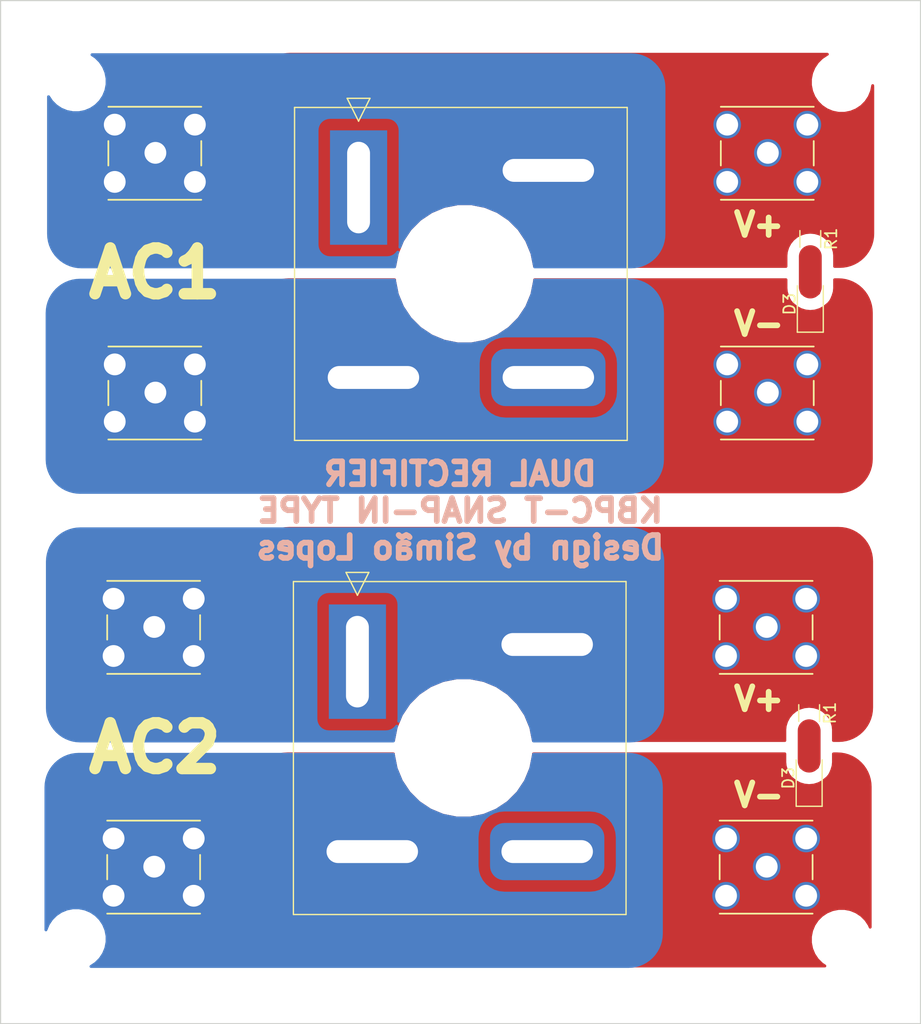
<source format=kicad_pcb>
(kicad_pcb (version 20171130) (host pcbnew "(5.1.10)-1")

  (general
    (thickness 1.6)
    (drawings 7)
    (tracks 2)
    (zones 0)
    (modules 20)
    (nets 6)
  )

  (page A4)
  (layers
    (0 F.Cu signal)
    (31 B.Cu signal)
    (32 B.Adhes user)
    (33 F.Adhes user)
    (34 B.Paste user)
    (35 F.Paste user)
    (36 B.SilkS user)
    (37 F.SilkS user)
    (38 B.Mask user)
    (39 F.Mask user)
    (40 Dwgs.User user)
    (41 Cmts.User user)
    (42 Eco1.User user)
    (43 Eco2.User user)
    (44 Edge.Cuts user)
    (45 Margin user)
    (46 B.CrtYd user)
    (47 F.CrtYd user)
    (48 B.Fab user)
    (49 F.Fab user hide)
  )

  (setup
    (last_trace_width 0.25)
    (user_trace_width 2)
    (trace_clearance 0.2)
    (zone_clearance 1)
    (zone_45_only no)
    (trace_min 0.2)
    (via_size 0.8)
    (via_drill 0.4)
    (via_min_size 0.4)
    (via_min_drill 0.3)
    (uvia_size 0.3)
    (uvia_drill 0.1)
    (uvias_allowed no)
    (uvia_min_size 0.2)
    (uvia_min_drill 0.1)
    (edge_width 0.05)
    (segment_width 0.2)
    (pcb_text_width 0.3)
    (pcb_text_size 1.5 1.5)
    (mod_edge_width 0.12)
    (mod_text_size 1 1)
    (mod_text_width 0.15)
    (pad_size 10 5)
    (pad_drill 8)
    (pad_to_mask_clearance 0)
    (aux_axis_origin 0 0)
    (visible_elements 7FFFFFFF)
    (pcbplotparams
      (layerselection 0x010fc_ffffffff)
      (usegerberextensions false)
      (usegerberattributes true)
      (usegerberadvancedattributes true)
      (creategerberjobfile true)
      (excludeedgelayer true)
      (linewidth 0.100000)
      (plotframeref false)
      (viasonmask false)
      (mode 1)
      (useauxorigin false)
      (hpglpennumber 1)
      (hpglpenspeed 20)
      (hpglpendiameter 15.000000)
      (psnegative false)
      (psa4output false)
      (plotreference true)
      (plotvalue true)
      (plotinvisibletext false)
      (padsonsilk false)
      (subtractmaskfromsilk false)
      (outputformat 1)
      (mirror false)
      (drillshape 0)
      (scaleselection 1)
      (outputdirectory "../Rectifier Gerber/"))
  )

  (net 0 "")
  (net 1 "Net-(AC1-Pad1)")
  (net 2 "Net-(AC1_1-Pad1)")
  (net 3 "Net-(D1-Pad3)")
  (net 4 "Net-(D1-Pad1)")
  (net 5 "Net-(D3-Pad2)")

  (net_class Default "This is the default net class."
    (clearance 0.2)
    (trace_width 0.25)
    (via_dia 0.8)
    (via_drill 0.4)
    (uvia_dia 0.3)
    (uvia_drill 0.1)
    (add_net "Net-(AC1-Pad1)")
    (add_net "Net-(AC1_1-Pad1)")
    (add_net "Net-(D1-Pad1)")
    (add_net "Net-(D1-Pad3)")
    (add_net "Net-(D3-Pad2)")
  )

  (module Custom:M4screw (layer F.Cu) (tedit 61AFF555) (tstamp 61B03F96)
    (at 139.3698 80.1256)
    (path /61AFF081)
    (fp_text reference V+ (at 2.7686 8.73884) (layer F.SilkS)
      (effects (font (size 2 2) (thickness 0.5)))
    )
    (fp_text value " " (at 3.5052 2.5019) (layer F.SilkS) hide
      (effects (font (size 1 1) (thickness 0.15)))
    )
    (fp_line (start -0.5588 6.5659) (end 7.5692 6.5659) (layer F.SilkS) (width 0.1524))
    (fp_line (start 7.5692 3.569575) (end 7.5692 1.434225) (layer F.SilkS) (width 0.1524))
    (fp_line (start 7.5692 -1.5621) (end -0.5588 -1.5621) (layer F.SilkS) (width 0.1524))
    (fp_line (start -0.5588 1.434225) (end -0.5588 3.569575) (layer F.SilkS) (width 0.1524))
    (fp_line (start -0.4318 6.4389) (end 7.4422 6.4389) (layer F.Fab) (width 0.1524))
    (fp_line (start 7.4422 6.4389) (end 7.4422 -1.4351) (layer F.Fab) (width 0.1524))
    (fp_line (start 7.4422 -1.4351) (end -0.4318 -1.4351) (layer F.Fab) (width 0.1524))
    (fp_line (start -0.4318 -1.4351) (end -0.4318 6.4389) (layer F.Fab) (width 0.1524))
    (fp_line (start -1.4605 -1.6891) (end -1.4605 6.6929) (layer F.CrtYd) (width 0.1524))
    (fp_line (start -1.4605 6.6929) (end 8.4709 6.6929) (layer F.CrtYd) (width 0.1524))
    (fp_line (start 8.4709 6.6929) (end 8.4709 -1.6891) (layer F.CrtYd) (width 0.1524))
    (fp_line (start 8.4709 -1.6891) (end -1.4605 -1.6891) (layer F.CrtYd) (width 0.1524))
    (fp_poly (pts (xy 8.382 6.604) (xy -1.397 6.604) (xy -1.397 -1.651) (xy 8.382 -1.651)) (layer F.Mask) (width 0.1))
    (fp_poly (pts (xy 8.382 6.604) (xy -1.397 6.604) (xy -1.397 -1.651) (xy 8.382 -1.651)) (layer B.Mask) (width 0.1))
    (fp_text user "Copyright 2016 Accelerated Designs. All rights reserved." (at 0 0) (layer Cmts.User)
      (effects (font (size 0.127 0.127) (thickness 0.002)))
    )
    (fp_text user * (at 0 0) (layer F.Fab)
      (effects (font (size 1 1) (thickness 0.15)))
    )
    (pad 1 thru_hole circle (at 3.556 2.4638) (size 2.413 2.413) (drill 1.905) (layers *.Cu *.Mask)
      (net 4 "Net-(D1-Pad1)"))
    (pad 1 thru_hole circle (at 0 0) (size 2.413 2.413) (drill 1.905) (layers *.Cu *.Mask)
      (net 4 "Net-(D1-Pad1)"))
    (pad 1 thru_hole circle (at 7.0104 0) (size 2.413 2.413) (drill 1.905) (layers *.Cu *.Mask)
      (net 4 "Net-(D1-Pad1)"))
    (pad 1 thru_hole circle (at 0 5.0038) (size 2.413 2.413) (drill 1.905) (layers *.Cu *.Mask)
      (net 4 "Net-(D1-Pad1)"))
    (pad 1 thru_hole circle (at 7.0104 5.0038) (size 2.413 2.413) (drill 1.905) (layers *.Cu *.Mask)
      (net 4 "Net-(D1-Pad1)"))
  )

  (module Custom:M4screw (layer F.Cu) (tedit 61AFF555) (tstamp 61B03FB0)
    (at 139.3698 101.0793)
    (path /61AFF087)
    (fp_text reference V- (at 2.7686 -3.55346) (layer F.SilkS)
      (effects (font (size 2 2) (thickness 0.5)))
    )
    (fp_text value " " (at 3.5052 2.5019) (layer F.SilkS) hide
      (effects (font (size 1 1) (thickness 0.15)))
    )
    (fp_line (start -0.5588 6.5659) (end 7.5692 6.5659) (layer F.SilkS) (width 0.1524))
    (fp_line (start 7.5692 3.569575) (end 7.5692 1.434225) (layer F.SilkS) (width 0.1524))
    (fp_line (start 7.5692 -1.5621) (end -0.5588 -1.5621) (layer F.SilkS) (width 0.1524))
    (fp_line (start -0.5588 1.434225) (end -0.5588 3.569575) (layer F.SilkS) (width 0.1524))
    (fp_line (start -0.4318 6.4389) (end 7.4422 6.4389) (layer F.Fab) (width 0.1524))
    (fp_line (start 7.4422 6.4389) (end 7.4422 -1.4351) (layer F.Fab) (width 0.1524))
    (fp_line (start 7.4422 -1.4351) (end -0.4318 -1.4351) (layer F.Fab) (width 0.1524))
    (fp_line (start -0.4318 -1.4351) (end -0.4318 6.4389) (layer F.Fab) (width 0.1524))
    (fp_line (start -1.4605 -1.6891) (end -1.4605 6.6929) (layer F.CrtYd) (width 0.1524))
    (fp_line (start -1.4605 6.6929) (end 8.4709 6.6929) (layer F.CrtYd) (width 0.1524))
    (fp_line (start 8.4709 6.6929) (end 8.4709 -1.6891) (layer F.CrtYd) (width 0.1524))
    (fp_line (start 8.4709 -1.6891) (end -1.4605 -1.6891) (layer F.CrtYd) (width 0.1524))
    (fp_poly (pts (xy 8.382 6.604) (xy -1.397 6.604) (xy -1.397 -1.651) (xy 8.382 -1.651)) (layer F.Mask) (width 0.1))
    (fp_poly (pts (xy 8.382 6.604) (xy -1.397 6.604) (xy -1.397 -1.651) (xy 8.382 -1.651)) (layer B.Mask) (width 0.1))
    (fp_text user "Copyright 2016 Accelerated Designs. All rights reserved." (at 0 0) (layer Cmts.User)
      (effects (font (size 0.127 0.127) (thickness 0.002)))
    )
    (fp_text user * (at 0 0) (layer F.Fab)
      (effects (font (size 1 1) (thickness 0.15)))
    )
    (pad 1 thru_hole circle (at 3.556 2.4638) (size 2.413 2.413) (drill 1.905) (layers *.Cu *.Mask)
      (net 3 "Net-(D1-Pad3)"))
    (pad 1 thru_hole circle (at 0 0) (size 2.413 2.413) (drill 1.905) (layers *.Cu *.Mask)
      (net 3 "Net-(D1-Pad3)"))
    (pad 1 thru_hole circle (at 7.0104 0) (size 2.413 2.413) (drill 1.905) (layers *.Cu *.Mask)
      (net 3 "Net-(D1-Pad3)"))
    (pad 1 thru_hole circle (at 0 5.0038) (size 2.413 2.413) (drill 1.905) (layers *.Cu *.Mask)
      (net 3 "Net-(D1-Pad3)"))
    (pad 1 thru_hole circle (at 7.0104 5.0038) (size 2.413 2.413) (drill 1.905) (layers *.Cu *.Mask)
      (net 3 "Net-(D1-Pad3)"))
  )

  (module Custom:M4screw (layer F.Cu) (tedit 61AFF555) (tstamp 61B05BF1)
    (at 139.2682 121.56316)
    (path /61AFF081)
    (fp_text reference V+ (at 2.8702 8.75408) (layer F.SilkS)
      (effects (font (size 2 2) (thickness 0.5)))
    )
    (fp_text value " " (at 3.5052 2.5019) (layer F.SilkS) hide
      (effects (font (size 1 1) (thickness 0.15)))
    )
    (fp_line (start -0.5588 6.5659) (end 7.5692 6.5659) (layer F.SilkS) (width 0.1524))
    (fp_line (start 7.5692 3.569575) (end 7.5692 1.434225) (layer F.SilkS) (width 0.1524))
    (fp_line (start 7.5692 -1.5621) (end -0.5588 -1.5621) (layer F.SilkS) (width 0.1524))
    (fp_line (start -0.5588 1.434225) (end -0.5588 3.569575) (layer F.SilkS) (width 0.1524))
    (fp_line (start -0.4318 6.4389) (end 7.4422 6.4389) (layer F.Fab) (width 0.1524))
    (fp_line (start 7.4422 6.4389) (end 7.4422 -1.4351) (layer F.Fab) (width 0.1524))
    (fp_line (start 7.4422 -1.4351) (end -0.4318 -1.4351) (layer F.Fab) (width 0.1524))
    (fp_line (start -0.4318 -1.4351) (end -0.4318 6.4389) (layer F.Fab) (width 0.1524))
    (fp_line (start -1.4605 -1.6891) (end -1.4605 6.6929) (layer F.CrtYd) (width 0.1524))
    (fp_line (start -1.4605 6.6929) (end 8.4709 6.6929) (layer F.CrtYd) (width 0.1524))
    (fp_line (start 8.4709 6.6929) (end 8.4709 -1.6891) (layer F.CrtYd) (width 0.1524))
    (fp_line (start 8.4709 -1.6891) (end -1.4605 -1.6891) (layer F.CrtYd) (width 0.1524))
    (fp_poly (pts (xy 8.382 6.604) (xy -1.397 6.604) (xy -1.397 -1.651) (xy 8.382 -1.651)) (layer F.Mask) (width 0.1))
    (fp_poly (pts (xy 8.382 6.604) (xy -1.397 6.604) (xy -1.397 -1.651) (xy 8.382 -1.651)) (layer B.Mask) (width 0.1))
    (fp_text user "Copyright 2016 Accelerated Designs. All rights reserved." (at 0 0) (layer Cmts.User)
      (effects (font (size 0.127 0.127) (thickness 0.002)))
    )
    (fp_text user * (at 0 0) (layer F.Fab)
      (effects (font (size 1 1) (thickness 0.15)))
    )
    (pad 1 thru_hole circle (at 3.556 2.4638) (size 2.413 2.413) (drill 1.905) (layers *.Cu *.Mask)
      (net 1 "Net-(AC1-Pad1)"))
    (pad 1 thru_hole circle (at 0 0) (size 2.413 2.413) (drill 1.905) (layers *.Cu *.Mask)
      (net 1 "Net-(AC1-Pad1)"))
    (pad 1 thru_hole circle (at 7.0104 0) (size 2.413 2.413) (drill 1.905) (layers *.Cu *.Mask)
      (net 1 "Net-(AC1-Pad1)"))
    (pad 1 thru_hole circle (at 0 5.0038) (size 2.413 2.413) (drill 1.905) (layers *.Cu *.Mask)
      (net 1 "Net-(AC1-Pad1)"))
    (pad 1 thru_hole circle (at 7.0104 5.0038) (size 2.413 2.413) (drill 1.905) (layers *.Cu *.Mask)
      (net 1 "Net-(AC1-Pad1)"))
  )

  (module Custom:M4screw (layer F.Cu) (tedit 61AFF555) (tstamp 61B05BC7)
    (at 139.2682 142.51686)
    (path /61AFF087)
    (fp_text reference V- (at 2.8702 -3.7973) (layer F.SilkS)
      (effects (font (size 2 2) (thickness 0.5)))
    )
    (fp_text value " " (at 3.5052 2.5019) (layer F.SilkS) hide
      (effects (font (size 1 1) (thickness 0.15)))
    )
    (fp_line (start -0.5588 6.5659) (end 7.5692 6.5659) (layer F.SilkS) (width 0.1524))
    (fp_line (start 7.5692 3.569575) (end 7.5692 1.434225) (layer F.SilkS) (width 0.1524))
    (fp_line (start 7.5692 -1.5621) (end -0.5588 -1.5621) (layer F.SilkS) (width 0.1524))
    (fp_line (start -0.5588 1.434225) (end -0.5588 3.569575) (layer F.SilkS) (width 0.1524))
    (fp_line (start -0.4318 6.4389) (end 7.4422 6.4389) (layer F.Fab) (width 0.1524))
    (fp_line (start 7.4422 6.4389) (end 7.4422 -1.4351) (layer F.Fab) (width 0.1524))
    (fp_line (start 7.4422 -1.4351) (end -0.4318 -1.4351) (layer F.Fab) (width 0.1524))
    (fp_line (start -0.4318 -1.4351) (end -0.4318 6.4389) (layer F.Fab) (width 0.1524))
    (fp_line (start -1.4605 -1.6891) (end -1.4605 6.6929) (layer F.CrtYd) (width 0.1524))
    (fp_line (start -1.4605 6.6929) (end 8.4709 6.6929) (layer F.CrtYd) (width 0.1524))
    (fp_line (start 8.4709 6.6929) (end 8.4709 -1.6891) (layer F.CrtYd) (width 0.1524))
    (fp_line (start 8.4709 -1.6891) (end -1.4605 -1.6891) (layer F.CrtYd) (width 0.1524))
    (fp_poly (pts (xy 8.382 6.604) (xy -1.397 6.604) (xy -1.397 -1.651) (xy 8.382 -1.651)) (layer F.Mask) (width 0.1))
    (fp_poly (pts (xy 8.382 6.604) (xy -1.397 6.604) (xy -1.397 -1.651) (xy 8.382 -1.651)) (layer B.Mask) (width 0.1))
    (fp_text user "Copyright 2016 Accelerated Designs. All rights reserved." (at 0 0) (layer Cmts.User)
      (effects (font (size 0.127 0.127) (thickness 0.002)))
    )
    (fp_text user * (at 0 0) (layer F.Fab)
      (effects (font (size 1 1) (thickness 0.15)))
    )
    (pad 1 thru_hole circle (at 3.556 2.4638) (size 2.413 2.413) (drill 1.905) (layers *.Cu *.Mask)
      (net 3 "Net-(D1-Pad3)"))
    (pad 1 thru_hole circle (at 0 0) (size 2.413 2.413) (drill 1.905) (layers *.Cu *.Mask)
      (net 3 "Net-(D1-Pad3)"))
    (pad 1 thru_hole circle (at 7.0104 0) (size 2.413 2.413) (drill 1.905) (layers *.Cu *.Mask)
      (net 3 "Net-(D1-Pad3)"))
    (pad 1 thru_hole circle (at 0 5.0038) (size 2.413 2.413) (drill 1.905) (layers *.Cu *.Mask)
      (net 3 "Net-(D1-Pad3)"))
    (pad 1 thru_hole circle (at 7.0104 5.0038) (size 2.413 2.413) (drill 1.905) (layers *.Cu *.Mask)
      (net 3 "Net-(D1-Pad3)"))
  )

  (module Custom:M4screw (layer F.Cu) (tedit 61AFF555) (tstamp 61B05BB2)
    (at 85.68944 142.51686)
    (path /61AF8C84)
    (fp_text reference AC1 (at 3.5052 2.5019) (layer F.SilkS) hide
      (effects (font (size 1 1) (thickness 0.15)))
    )
    (fp_text value " " (at 3.5052 2.5019) (layer F.SilkS) hide
      (effects (font (size 1 1) (thickness 0.15)))
    )
    (fp_line (start -0.5588 6.5659) (end 7.5692 6.5659) (layer F.SilkS) (width 0.1524))
    (fp_line (start 7.5692 3.569575) (end 7.5692 1.434225) (layer F.SilkS) (width 0.1524))
    (fp_line (start 7.5692 -1.5621) (end -0.5588 -1.5621) (layer F.SilkS) (width 0.1524))
    (fp_line (start -0.5588 1.434225) (end -0.5588 3.569575) (layer F.SilkS) (width 0.1524))
    (fp_line (start -0.4318 6.4389) (end 7.4422 6.4389) (layer F.Fab) (width 0.1524))
    (fp_line (start 7.4422 6.4389) (end 7.4422 -1.4351) (layer F.Fab) (width 0.1524))
    (fp_line (start 7.4422 -1.4351) (end -0.4318 -1.4351) (layer F.Fab) (width 0.1524))
    (fp_line (start -0.4318 -1.4351) (end -0.4318 6.4389) (layer F.Fab) (width 0.1524))
    (fp_line (start -1.4605 -1.6891) (end -1.4605 6.6929) (layer F.CrtYd) (width 0.1524))
    (fp_line (start -1.4605 6.6929) (end 8.4709 6.6929) (layer F.CrtYd) (width 0.1524))
    (fp_line (start 8.4709 6.6929) (end 8.4709 -1.6891) (layer F.CrtYd) (width 0.1524))
    (fp_line (start 8.4709 -1.6891) (end -1.4605 -1.6891) (layer F.CrtYd) (width 0.1524))
    (fp_poly (pts (xy 8.382 6.604) (xy -1.397 6.604) (xy -1.397 -1.651) (xy 8.382 -1.651)) (layer F.Mask) (width 0.1))
    (fp_poly (pts (xy 8.382 6.604) (xy -1.397 6.604) (xy -1.397 -1.651) (xy 8.382 -1.651)) (layer B.Mask) (width 0.1))
    (fp_text user "Copyright 2016 Accelerated Designs. All rights reserved." (at 0 0) (layer Cmts.User) hide
      (effects (font (size 0.127 0.127) (thickness 0.002)))
    )
    (fp_text user * (at 0 0) (layer F.Fab)
      (effects (font (size 1 1) (thickness 0.15)))
    )
    (pad 1 thru_hole circle (at 3.556 2.4638) (size 2.413 2.413) (drill 1.905) (layers *.Cu *.Mask)
      (net 2 "Net-(AC1_1-Pad1)"))
    (pad 1 thru_hole circle (at 0 0) (size 2.413 2.413) (drill 1.905) (layers *.Cu *.Mask)
      (net 2 "Net-(AC1_1-Pad1)"))
    (pad 1 thru_hole circle (at 7.0104 0) (size 2.413 2.413) (drill 1.905) (layers *.Cu *.Mask)
      (net 2 "Net-(AC1_1-Pad1)"))
    (pad 1 thru_hole circle (at 0 5.0038) (size 2.413 2.413) (drill 1.905) (layers *.Cu *.Mask)
      (net 2 "Net-(AC1_1-Pad1)"))
    (pad 1 thru_hole circle (at 7.0104 5.0038) (size 2.413 2.413) (drill 1.905) (layers *.Cu *.Mask)
      (net 2 "Net-(AC1_1-Pad1)"))
  )

  (module Custom:M4screw (layer F.Cu) (tedit 61AFF555) (tstamp 61B05BDC)
    (at 85.68944 121.56316)
    (path /61AF8C7E)
    (fp_text reference AC1_1 (at 3.5052 2.5019) (layer F.SilkS) hide
      (effects (font (size 1 1) (thickness 0.15)))
    )
    (fp_text value " " (at 3.5052 2.5019) (layer F.SilkS) hide
      (effects (font (size 1 1) (thickness 0.15)))
    )
    (fp_line (start -0.5588 6.5659) (end 7.5692 6.5659) (layer F.SilkS) (width 0.1524))
    (fp_line (start 7.5692 3.569575) (end 7.5692 1.434225) (layer F.SilkS) (width 0.1524))
    (fp_line (start 7.5692 -1.5621) (end -0.5588 -1.5621) (layer F.SilkS) (width 0.1524))
    (fp_line (start -0.5588 1.434225) (end -0.5588 3.569575) (layer F.SilkS) (width 0.1524))
    (fp_line (start -0.4318 6.4389) (end 7.4422 6.4389) (layer F.Fab) (width 0.1524))
    (fp_line (start 7.4422 6.4389) (end 7.4422 -1.4351) (layer F.Fab) (width 0.1524))
    (fp_line (start 7.4422 -1.4351) (end -0.4318 -1.4351) (layer F.Fab) (width 0.1524))
    (fp_line (start -0.4318 -1.4351) (end -0.4318 6.4389) (layer F.Fab) (width 0.1524))
    (fp_line (start -1.4605 -1.6891) (end -1.4605 6.6929) (layer F.CrtYd) (width 0.1524))
    (fp_line (start -1.4605 6.6929) (end 8.4709 6.6929) (layer F.CrtYd) (width 0.1524))
    (fp_line (start 8.4709 6.6929) (end 8.4709 -1.6891) (layer F.CrtYd) (width 0.1524))
    (fp_line (start 8.4709 -1.6891) (end -1.4605 -1.6891) (layer F.CrtYd) (width 0.1524))
    (fp_poly (pts (xy 8.382 6.604) (xy -1.397 6.604) (xy -1.397 -1.651) (xy 8.382 -1.651)) (layer F.Mask) (width 0.1))
    (fp_poly (pts (xy 8.382 6.604) (xy -1.397 6.604) (xy -1.397 -1.651) (xy 8.382 -1.651)) (layer B.Mask) (width 0.1))
    (fp_text user "Copyright 2016 Accelerated Designs. All rights reserved." (at 0 0) (layer Cmts.User) hide
      (effects (font (size 0.127 0.127) (thickness 0.002)))
    )
    (fp_text user * (at 0 0) (layer F.Fab)
      (effects (font (size 1 1) (thickness 0.15)))
    )
    (pad 1 thru_hole circle (at 3.556 2.4638) (size 2.413 2.413) (drill 1.905) (layers *.Cu *.Mask)
      (net 4 "Net-(D1-Pad1)"))
    (pad 1 thru_hole circle (at 0 0) (size 2.413 2.413) (drill 1.905) (layers *.Cu *.Mask)
      (net 4 "Net-(D1-Pad1)"))
    (pad 1 thru_hole circle (at 7.0104 0) (size 2.413 2.413) (drill 1.905) (layers *.Cu *.Mask)
      (net 4 "Net-(D1-Pad1)"))
    (pad 1 thru_hole circle (at 0 5.0038) (size 2.413 2.413) (drill 1.905) (layers *.Cu *.Mask)
      (net 4 "Net-(D1-Pad1)"))
    (pad 1 thru_hole circle (at 7.0104 5.0038) (size 2.413 2.413) (drill 1.905) (layers *.Cu *.Mask)
      (net 4 "Net-(D1-Pad1)"))
  )

  (module Custom:M4screw (layer F.Cu) (tedit 61AFF555) (tstamp 61B03EA4)
    (at 85.79104 101.0793)
    (path /61AF8C84)
    (fp_text reference AC1 (at 3.5052 2.5019) (layer F.SilkS) hide
      (effects (font (size 1 1) (thickness 0.15)))
    )
    (fp_text value " " (at 3.5052 2.5019) (layer F.SilkS) hide
      (effects (font (size 1 1) (thickness 0.15)))
    )
    (fp_line (start -0.5588 6.5659) (end 7.5692 6.5659) (layer F.SilkS) (width 0.1524))
    (fp_line (start 7.5692 3.569575) (end 7.5692 1.434225) (layer F.SilkS) (width 0.1524))
    (fp_line (start 7.5692 -1.5621) (end -0.5588 -1.5621) (layer F.SilkS) (width 0.1524))
    (fp_line (start -0.5588 1.434225) (end -0.5588 3.569575) (layer F.SilkS) (width 0.1524))
    (fp_line (start -0.4318 6.4389) (end 7.4422 6.4389) (layer F.Fab) (width 0.1524))
    (fp_line (start 7.4422 6.4389) (end 7.4422 -1.4351) (layer F.Fab) (width 0.1524))
    (fp_line (start 7.4422 -1.4351) (end -0.4318 -1.4351) (layer F.Fab) (width 0.1524))
    (fp_line (start -0.4318 -1.4351) (end -0.4318 6.4389) (layer F.Fab) (width 0.1524))
    (fp_line (start -1.4605 -1.6891) (end -1.4605 6.6929) (layer F.CrtYd) (width 0.1524))
    (fp_line (start -1.4605 6.6929) (end 8.4709 6.6929) (layer F.CrtYd) (width 0.1524))
    (fp_line (start 8.4709 6.6929) (end 8.4709 -1.6891) (layer F.CrtYd) (width 0.1524))
    (fp_line (start 8.4709 -1.6891) (end -1.4605 -1.6891) (layer F.CrtYd) (width 0.1524))
    (fp_poly (pts (xy 8.382 6.604) (xy -1.397 6.604) (xy -1.397 -1.651) (xy 8.382 -1.651)) (layer F.Mask) (width 0.1))
    (fp_poly (pts (xy 8.382 6.604) (xy -1.397 6.604) (xy -1.397 -1.651) (xy 8.382 -1.651)) (layer B.Mask) (width 0.1))
    (fp_text user "Copyright 2016 Accelerated Designs. All rights reserved." (at 0 0) (layer Cmts.User) hide
      (effects (font (size 0.127 0.127) (thickness 0.002)))
    )
    (fp_text user * (at 0 0) (layer F.Fab)
      (effects (font (size 1 1) (thickness 0.15)))
    )
    (pad 1 thru_hole circle (at 3.556 2.4638) (size 2.413 2.413) (drill 1.905) (layers *.Cu *.Mask)
      (net 1 "Net-(AC1-Pad1)"))
    (pad 1 thru_hole circle (at 0 0) (size 2.413 2.413) (drill 1.905) (layers *.Cu *.Mask)
      (net 1 "Net-(AC1-Pad1)"))
    (pad 1 thru_hole circle (at 7.0104 0) (size 2.413 2.413) (drill 1.905) (layers *.Cu *.Mask)
      (net 1 "Net-(AC1-Pad1)"))
    (pad 1 thru_hole circle (at 0 5.0038) (size 2.413 2.413) (drill 1.905) (layers *.Cu *.Mask)
      (net 1 "Net-(AC1-Pad1)"))
    (pad 1 thru_hole circle (at 7.0104 5.0038) (size 2.413 2.413) (drill 1.905) (layers *.Cu *.Mask)
      (net 1 "Net-(AC1-Pad1)"))
  )

  (module Custom:M4screw (layer F.Cu) (tedit 61AFF555) (tstamp 61B03ED8)
    (at 85.79104 80.1256)
    (path /61AF8C7E)
    (fp_text reference AC1_1 (at 3.5052 2.5019) (layer F.SilkS) hide
      (effects (font (size 1 1) (thickness 0.15)))
    )
    (fp_text value " " (at 3.5052 2.5019) (layer F.SilkS) hide
      (effects (font (size 1 1) (thickness 0.15)))
    )
    (fp_line (start -0.5588 6.5659) (end 7.5692 6.5659) (layer F.SilkS) (width 0.1524))
    (fp_line (start 7.5692 3.569575) (end 7.5692 1.434225) (layer F.SilkS) (width 0.1524))
    (fp_line (start 7.5692 -1.5621) (end -0.5588 -1.5621) (layer F.SilkS) (width 0.1524))
    (fp_line (start -0.5588 1.434225) (end -0.5588 3.569575) (layer F.SilkS) (width 0.1524))
    (fp_line (start -0.4318 6.4389) (end 7.4422 6.4389) (layer F.Fab) (width 0.1524))
    (fp_line (start 7.4422 6.4389) (end 7.4422 -1.4351) (layer F.Fab) (width 0.1524))
    (fp_line (start 7.4422 -1.4351) (end -0.4318 -1.4351) (layer F.Fab) (width 0.1524))
    (fp_line (start -0.4318 -1.4351) (end -0.4318 6.4389) (layer F.Fab) (width 0.1524))
    (fp_line (start -1.4605 -1.6891) (end -1.4605 6.6929) (layer F.CrtYd) (width 0.1524))
    (fp_line (start -1.4605 6.6929) (end 8.4709 6.6929) (layer F.CrtYd) (width 0.1524))
    (fp_line (start 8.4709 6.6929) (end 8.4709 -1.6891) (layer F.CrtYd) (width 0.1524))
    (fp_line (start 8.4709 -1.6891) (end -1.4605 -1.6891) (layer F.CrtYd) (width 0.1524))
    (fp_poly (pts (xy 8.382 6.604) (xy -1.397 6.604) (xy -1.397 -1.651) (xy 8.382 -1.651)) (layer F.Mask) (width 0.1))
    (fp_poly (pts (xy 8.382 6.604) (xy -1.397 6.604) (xy -1.397 -1.651) (xy 8.382 -1.651)) (layer B.Mask) (width 0.1))
    (fp_text user "Copyright 2016 Accelerated Designs. All rights reserved." (at 0 0) (layer Cmts.User) hide
      (effects (font (size 0.127 0.127) (thickness 0.002)))
    )
    (fp_text user * (at 0 0) (layer F.Fab)
      (effects (font (size 1 1) (thickness 0.15)))
    )
    (pad 1 thru_hole circle (at 3.556 2.4638) (size 2.413 2.413) (drill 1.905) (layers *.Cu *.Mask)
      (net 2 "Net-(AC1_1-Pad1)"))
    (pad 1 thru_hole circle (at 0 0) (size 2.413 2.413) (drill 1.905) (layers *.Cu *.Mask)
      (net 2 "Net-(AC1_1-Pad1)"))
    (pad 1 thru_hole circle (at 7.0104 0) (size 2.413 2.413) (drill 1.905) (layers *.Cu *.Mask)
      (net 2 "Net-(AC1_1-Pad1)"))
    (pad 1 thru_hole circle (at 0 5.0038) (size 2.413 2.413) (drill 1.905) (layers *.Cu *.Mask)
      (net 2 "Net-(AC1_1-Pad1)"))
    (pad 1 thru_hole circle (at 7.0104 5.0038) (size 2.413 2.413) (drill 1.905) (layers *.Cu *.Mask)
      (net 2 "Net-(AC1_1-Pad1)"))
  )

  (module MountingHole:MountingHole_3.2mm_M3 (layer F.Cu) (tedit 56D1B4CB) (tstamp 61B06801)
    (at 149.3774 151.3586)
    (descr "Mounting Hole 3.2mm, no annular, M3")
    (tags "mounting hole 3.2mm no annular m3")
    (attr virtual)
    (fp_text reference " " (at -7.31012 0.01524) (layer F.SilkS)
      (effects (font (size 1 1) (thickness 0.15)))
    )
    (fp_text value MountingHole_3.2mm_M3 (at 0 4.2) (layer F.Fab)
      (effects (font (size 1 1) (thickness 0.15)))
    )
    (fp_circle (center 0 0) (end 3.2 0) (layer Cmts.User) (width 0.15))
    (fp_circle (center 0 0) (end 3.45 0) (layer F.CrtYd) (width 0.05))
    (fp_text user %R (at 0.3 0) (layer F.Fab)
      (effects (font (size 1 1) (thickness 0.15)))
    )
    (pad 1 np_thru_hole circle (at 0 0) (size 3.2 3.2) (drill 3.2) (layers *.Cu *.Mask))
  )

  (module MountingHole:MountingHole_3.2mm_M3 (layer F.Cu) (tedit 56D1B4CB) (tstamp 61B06816)
    (at 149.3774 76.40828)
    (descr "Mounting Hole 3.2mm, no annular, M3")
    (tags "mounting hole 3.2mm no annular m3")
    (attr virtual)
    (fp_text reference " " (at -9.31164 -0.62992) (layer F.SilkS)
      (effects (font (size 1 1) (thickness 0.15)))
    )
    (fp_text value MountingHole_3.2mm_M3 (at 0 4.2) (layer F.Fab)
      (effects (font (size 1 1) (thickness 0.15)))
    )
    (fp_circle (center 0 0) (end 3.2 0) (layer Cmts.User) (width 0.15))
    (fp_circle (center 0 0) (end 3.45 0) (layer F.CrtYd) (width 0.05))
    (fp_text user %R (at 0.3 0) (layer F.Fab)
      (effects (font (size 1 1) (thickness 0.15)))
    )
    (pad 1 np_thru_hole circle (at 0 0) (size 3.2 3.2) (drill 3.2) (layers *.Cu *.Mask))
  )

  (module MountingHole:MountingHole_3.2mm_M3 (layer F.Cu) (tedit 56D1B4CB) (tstamp 61B05F50)
    (at 82.39252 151.30272)
    (descr "Mounting Hole 3.2mm, no annular, M3")
    (tags "mounting hole 3.2mm no annular m3")
    (attr virtual)
    (fp_text reference " " (at 0 -4.2) (layer F.SilkS)
      (effects (font (size 1 1) (thickness 0.15)))
    )
    (fp_text value MountingHole_3.2mm_M3 (at 0 4.2) (layer F.Fab)
      (effects (font (size 1 1) (thickness 0.15)))
    )
    (fp_circle (center 0 0) (end 3.2 0) (layer Cmts.User) (width 0.15))
    (fp_circle (center 0 0) (end 3.45 0) (layer F.CrtYd) (width 0.05))
    (fp_text user %R (at 0.3 0) (layer F.Fab)
      (effects (font (size 1 1) (thickness 0.15)))
    )
    (pad 1 np_thru_hole circle (at 0 0) (size 3.2 3.2) (drill 3.2) (layers *.Cu *.Mask))
  )

  (module MountingHole:MountingHole_3.2mm_M3 (layer F.Cu) (tedit 56D1B4CB) (tstamp 61B063DB)
    (at 82.39252 76.3524)
    (descr "Mounting Hole 3.2mm, no annular, M3")
    (tags "mounting hole 3.2mm no annular m3")
    (attr virtual)
    (fp_text reference " " (at 5.82168 0.04064) (layer F.SilkS)
      (effects (font (size 1 1) (thickness 0.15)))
    )
    (fp_text value MountingHole_3.2mm_M3 (at 0 4.2) (layer F.Fab)
      (effects (font (size 1 1) (thickness 0.15)))
    )
    (fp_circle (center 0 0) (end 3.2 0) (layer Cmts.User) (width 0.15))
    (fp_circle (center 0 0) (end 3.45 0) (layer F.CrtYd) (width 0.05))
    (fp_text user %R (at 0.3 0) (layer F.Fab)
      (effects (font (size 1 1) (thickness 0.15)))
    )
    (pad 1 np_thru_hole circle (at 0 0) (size 3.2 3.2) (drill 3.2) (layers *.Cu *.Mask))
  )

  (module MountingHole:MountingHole_8.4mm_M8 (layer F.Cu) (tedit 61AFEAAC) (tstamp 61B05C06)
    (at 116.29644 134.59968)
    (descr "Mounting Hole 8.4mm, no annular, M8")
    (tags "mounting hole 8.4mm no annular m8")
    (attr virtual)
    (fp_text reference REF** (at 0 -9.4) (layer F.SilkS) hide
      (effects (font (size 1 1) (thickness 0.15)))
    )
    (fp_text value MountingHole_8.4mm_M8 (at 0 9.4) (layer F.Fab)
      (effects (font (size 1 1) (thickness 0.15)))
    )
    (fp_circle (center 0 0) (end 8.4 0) (layer Cmts.User) (width 0.15))
    (fp_circle (center 0 0) (end 8.65 0) (layer F.CrtYd) (width 0.05))
    (fp_text user %R (at 0.3 0) (layer F.Fab)
      (effects (font (size 1 1) (thickness 0.15)))
    )
    (pad "" np_thru_hole circle (at 0 0) (size 10 10) (drill 10) (layers *.Cu *.Mask))
  )

  (module Custom:Diode_Bridge_KBPC_T (layer F.Cu) (tedit 61AFF035) (tstamp 61B05B92)
    (at 107.02036 127.06096)
    (descr "Single phase, bridge rectifier, 28.8x28.8mm, case KBPC_T(FP), https://www.digitroncorp.com/Digitron/media/Files/Datasheets/KBPC15005-SERIES.pdf")
    (tags "diode module")
    (path /61AFB252)
    (fp_text reference D1 (at -8 -3.8 180) (layer F.SilkS) hide
      (effects (font (size 1 1) (thickness 0.15)))
    )
    (fp_text value D_Bridge_+A-A (at 9 23.2 180) (layer F.Fab)
      (effects (font (size 1 1) (thickness 0.15)))
    )
    (fp_line (start 0 -5.8) (end -1 -7.8) (layer F.SilkS) (width 0.12))
    (fp_line (start 3.65 2.05) (end 14.65 2.05) (layer Dwgs.User) (width 0.1))
    (fp_line (start -4.45 -6.85) (end -5.45 -5.85) (layer F.Fab) (width 0.1))
    (fp_line (start 14.65 2.05) (end 14.65 13.05) (layer Dwgs.User) (width 0.1))
    (fp_line (start -5.6 22.1) (end -5.6 -7) (layer F.SilkS) (width 0.12))
    (fp_line (start 14.6 7.2) (end 9.5 2.1) (layer Dwgs.User) (width 0.1))
    (fp_line (start -5.7 -7.1) (end 23.6 -7.1) (layer F.CrtYd) (width 0.05))
    (fp_line (start -5.45 21.95) (end -5.45 -5.85) (layer F.Fab) (width 0.1))
    (fp_line (start -1 -7.8) (end 1 -7.8) (layer F.SilkS) (width 0.12))
    (fp_line (start 14.6 12.2) (end 4.5 2.1) (layer Dwgs.User) (width 0.1))
    (fp_line (start -5.6 -7) (end 23.5 -7) (layer F.SilkS) (width 0.12))
    (fp_line (start 23.5 -7) (end 23.5 22.1) (layer F.SilkS) (width 0.12))
    (fp_line (start 3.65 13.05) (end 3.65 2.05) (layer Dwgs.User) (width 0.1))
    (fp_line (start -5.7 22.2) (end -5.7 -7.1) (layer F.CrtYd) (width 0.05))
    (fp_line (start -5.45 21.95) (end 23.35 21.95) (layer F.Fab) (width 0.1))
    (fp_line (start 23.6 22.2) (end -5.7 22.2) (layer F.CrtYd) (width 0.05))
    (fp_line (start 23.35 -6.85) (end 23.35 21.95) (layer F.Fab) (width 0.1))
    (fp_line (start 5.4 13) (end 3.7 11.3) (layer Dwgs.User) (width 0.1))
    (fp_line (start 14.65 13.05) (end 3.65 13.05) (layer Dwgs.User) (width 0.1))
    (fp_line (start -4.45 -6.85) (end 23.35 -6.85) (layer F.Fab) (width 0.1))
    (fp_line (start 23.5 22.1) (end -5.6 22.1) (layer F.SilkS) (width 0.12))
    (fp_line (start 10.4 13) (end 3.7 6.3) (layer Dwgs.User) (width 0.1))
    (fp_line (start 23.6 -7.1) (end 23.6 22.2) (layer F.CrtYd) (width 0.05))
    (fp_line (start 1 -7.8) (end 0 -5.8) (layer F.SilkS) (width 0.12))
    (fp_text user %R (at 8.95 -4.8 180) (layer F.Fab)
      (effects (font (size 1 1) (thickness 0.15)))
    )
    (pad 1 thru_hole rect (at 0 0 90) (size 10 5) (drill oval 8 2) (layers *.Cu *.Mask)
      (net 1 "Net-(AC1-Pad1)"))
    (pad 4 thru_hole roundrect (at 1.3 16.6) (size 10 5) (drill oval 8 2) (layers *.Cu *.Mask) (roundrect_rratio 0.25)
      (net 2 "Net-(AC1_1-Pad1)"))
    (pad 3 thru_hole roundrect (at 16.6 16.6) (size 10 5) (drill oval 8 2) (layers *.Cu *.Mask) (roundrect_rratio 0.25)
      (net 3 "Net-(D1-Pad3)"))
    (pad 2 thru_hole roundrect (at 16.6 -1.5) (size 10 5) (drill oval 8 2) (layers *.Cu *.Mask) (roundrect_rratio 0.25)
      (net 4 "Net-(D1-Pad1)"))
    (model ${KISYS3DMOD}/Diode_THT.3dshapes/Diode_Bridge_KBPC_T.wrl
      (at (xyz 0 0 0))
      (scale (xyz 1 1 1))
      (rotate (xyz 0 0 0))
    )
  )

  (module LED_SMD:LED_1206_3216Metric_Pad1.42x1.75mm_HandSolder (layer F.Cu) (tedit 61AFEE82) (tstamp 61B05B80)
    (at 146.53768 137.24128 90)
    (descr "LED SMD 1206 (3216 Metric), square (rectangular) end terminal, IPC_7351 nominal, (Body size source: http://www.tortai-tech.com/upload/download/2011102023233369053.pdf), generated with kicad-footprint-generator")
    (tags "LED handsolder")
    (path /61AFEFBC)
    (attr smd)
    (fp_text reference D3 (at 0 -1.82 90) (layer F.SilkS)
      (effects (font (size 1 1) (thickness 0.15)))
    )
    (fp_text value LED (at 0 1.82 90) (layer F.Fab)
      (effects (font (size 1 1) (thickness 0.15)))
    )
    (fp_line (start 1.6 -0.8) (end -1.2 -0.8) (layer F.Fab) (width 0.1))
    (fp_line (start -1.2 -0.8) (end -1.6 -0.4) (layer F.Fab) (width 0.1))
    (fp_line (start -1.6 -0.4) (end -1.6 0.8) (layer F.Fab) (width 0.1))
    (fp_line (start -1.6 0.8) (end 1.6 0.8) (layer F.Fab) (width 0.1))
    (fp_line (start 1.6 0.8) (end 1.6 -0.8) (layer F.Fab) (width 0.1))
    (fp_line (start 1.6 -1.135) (end -2.46 -1.135) (layer F.SilkS) (width 0.12))
    (fp_line (start -2.46 -1.135) (end -2.46 1.135) (layer F.SilkS) (width 0.12))
    (fp_line (start -2.46 1.135) (end 1.6 1.135) (layer F.SilkS) (width 0.12))
    (fp_line (start -2.45 1.12) (end -2.45 -1.12) (layer F.CrtYd) (width 0.05))
    (fp_line (start -2.45 -1.12) (end 2.45 -1.12) (layer F.CrtYd) (width 0.05))
    (fp_line (start 2.45 -1.12) (end 2.45 1.12) (layer F.CrtYd) (width 0.05))
    (fp_line (start 2.45 1.12) (end -2.45 1.12) (layer F.CrtYd) (width 0.05))
    (fp_text user %R (at 0 0 90) (layer F.Fab)
      (effects (font (size 0.8 0.8) (thickness 0.12)))
    )
    (pad 1 smd roundrect (at -1.4875 0 90) (size 1.425 1.75) (layers F.Cu F.Paste F.Mask) (roundrect_rratio 0.174999298245614)
      (net 3 "Net-(D1-Pad3)"))
    (pad 2 smd roundrect (at 1.4875 0 90) (size 1.425 1.75) (layers F.Cu F.Paste F.Mask) (roundrect_rratio 0.1754385964912281))
    (model ${KISYS3DMOD}/LED_SMD.3dshapes/LED_1206_3216Metric.wrl
      (at (xyz 0 0 0))
      (scale (xyz 1 1 1))
      (rotate (xyz 0 0 0))
    )
  )

  (module Resistor_SMD:R_1206_3216Metric_Pad1.30x1.75mm_HandSolder (layer F.Cu) (tedit 61AFEF63) (tstamp 61B05B70)
    (at 146.53768 131.55168 270)
    (descr "Resistor SMD 1206 (3216 Metric), square (rectangular) end terminal, IPC_7351 nominal with elongated pad for handsoldering. (Body size source: IPC-SM-782 page 72, https://www.pcb-3d.com/wordpress/wp-content/uploads/ipc-sm-782a_amendment_1_and_2.pdf), generated with kicad-footprint-generator")
    (tags "resistor handsolder")
    (path /61AFDA0D)
    (attr smd)
    (fp_text reference R1 (at 0 -1.82 90) (layer F.SilkS)
      (effects (font (size 1 1) (thickness 0.15)))
    )
    (fp_text value R (at 0 1.82 90) (layer F.Fab)
      (effects (font (size 1 1) (thickness 0.15)))
    )
    (fp_line (start -1.6 0.8) (end -1.6 -0.8) (layer F.Fab) (width 0.1))
    (fp_line (start -1.6 -0.8) (end 1.6 -0.8) (layer F.Fab) (width 0.1))
    (fp_line (start 1.6 -0.8) (end 1.6 0.8) (layer F.Fab) (width 0.1))
    (fp_line (start 1.6 0.8) (end -1.6 0.8) (layer F.Fab) (width 0.1))
    (fp_line (start -0.727064 -0.91) (end 0.727064 -0.91) (layer F.SilkS) (width 0.12))
    (fp_line (start -0.727064 0.91) (end 0.727064 0.91) (layer F.SilkS) (width 0.12))
    (fp_line (start -2.45 1.12) (end -2.45 -1.12) (layer F.CrtYd) (width 0.05))
    (fp_line (start -2.45 -1.12) (end 2.45 -1.12) (layer F.CrtYd) (width 0.05))
    (fp_line (start 2.45 -1.12) (end 2.45 1.12) (layer F.CrtYd) (width 0.05))
    (fp_line (start 2.45 1.12) (end -2.45 1.12) (layer F.CrtYd) (width 0.05))
    (fp_text user %R (at 0 0 90) (layer F.Fab)
      (effects (font (size 0.8 0.8) (thickness 0.12)))
    )
    (pad 1 smd roundrect (at -1.55 0 270) (size 1.3 1.75) (layers F.Cu F.Paste F.Mask) (roundrect_rratio 0.192)
      (net 1 "Net-(AC1-Pad1)"))
    (pad 2 smd roundrect (at 1.55 0 270) (size 1.3 1.75) (layers F.Cu F.Paste F.Mask) (roundrect_rratio 0.1923076923076923))
    (model ${KISYS3DMOD}/Resistor_SMD.3dshapes/R_1206_3216Metric.wrl
      (at (xyz 0 0 0))
      (scale (xyz 1 1 1))
      (rotate (xyz 0 0 0))
    )
  )

  (module MountingHole:MountingHole_8.4mm_M8 (layer F.Cu) (tedit 61AFEAAC) (tstamp 61B0592E)
    (at 116.39804 93.16212)
    (descr "Mounting Hole 8.4mm, no annular, M8")
    (tags "mounting hole 8.4mm no annular m8")
    (attr virtual)
    (fp_text reference REF** (at 0 -9.4) (layer F.SilkS) hide
      (effects (font (size 1 1) (thickness 0.15)))
    )
    (fp_text value MountingHole_8.4mm_M8 (at 0 9.4) (layer F.Fab)
      (effects (font (size 1 1) (thickness 0.15)))
    )
    (fp_circle (center 0 0) (end 8.4 0) (layer Cmts.User) (width 0.15))
    (fp_circle (center 0 0) (end 8.65 0) (layer F.CrtYd) (width 0.05))
    (fp_text user %R (at 0.3 0) (layer F.Fab)
      (effects (font (size 1 1) (thickness 0.15)))
    )
    (pad "" np_thru_hole circle (at 0 0) (size 10 10) (drill 10) (layers *.Cu *.Mask))
  )

  (module Resistor_SMD:R_1206_3216Metric_Pad1.30x1.75mm_HandSolder (layer F.Cu) (tedit 5F68FEEE) (tstamp 61B03F6B)
    (at 146.63928 90.11412 270)
    (descr "Resistor SMD 1206 (3216 Metric), square (rectangular) end terminal, IPC_7351 nominal with elongated pad for handsoldering. (Body size source: IPC-SM-782 page 72, https://www.pcb-3d.com/wordpress/wp-content/uploads/ipc-sm-782a_amendment_1_and_2.pdf), generated with kicad-footprint-generator")
    (tags "resistor handsolder")
    (path /61AFDA0D)
    (attr smd)
    (fp_text reference R1 (at 0 -1.82 90) (layer F.SilkS)
      (effects (font (size 1 1) (thickness 0.15)))
    )
    (fp_text value R (at 0 1.82 90) (layer F.Fab)
      (effects (font (size 1 1) (thickness 0.15)))
    )
    (fp_line (start -1.6 0.8) (end -1.6 -0.8) (layer F.Fab) (width 0.1))
    (fp_line (start -1.6 -0.8) (end 1.6 -0.8) (layer F.Fab) (width 0.1))
    (fp_line (start 1.6 -0.8) (end 1.6 0.8) (layer F.Fab) (width 0.1))
    (fp_line (start 1.6 0.8) (end -1.6 0.8) (layer F.Fab) (width 0.1))
    (fp_line (start -0.727064 -0.91) (end 0.727064 -0.91) (layer F.SilkS) (width 0.12))
    (fp_line (start -0.727064 0.91) (end 0.727064 0.91) (layer F.SilkS) (width 0.12))
    (fp_line (start -2.45 1.12) (end -2.45 -1.12) (layer F.CrtYd) (width 0.05))
    (fp_line (start -2.45 -1.12) (end 2.45 -1.12) (layer F.CrtYd) (width 0.05))
    (fp_line (start 2.45 -1.12) (end 2.45 1.12) (layer F.CrtYd) (width 0.05))
    (fp_line (start 2.45 1.12) (end -2.45 1.12) (layer F.CrtYd) (width 0.05))
    (fp_text user %R (at 0 0 90) (layer F.Fab)
      (effects (font (size 0.8 0.8) (thickness 0.12)))
    )
    (pad 2 smd roundrect (at 1.55 0 270) (size 1.3 1.75) (layers F.Cu F.Paste F.Mask) (roundrect_rratio 0.1923076923076923)
      (net 5 "Net-(D3-Pad2)"))
    (pad 1 smd roundrect (at -1.55 0 270) (size 1.3 1.75) (layers F.Cu F.Paste F.Mask) (roundrect_rratio 0.1923076923076923)
      (net 4 "Net-(D1-Pad1)"))
    (model ${KISYS3DMOD}/Resistor_SMD.3dshapes/R_1206_3216Metric.wrl
      (at (xyz 0 0 0))
      (scale (xyz 1 1 1))
      (rotate (xyz 0 0 0))
    )
  )

  (module LED_SMD:LED_1206_3216Metric_Pad1.42x1.75mm_HandSolder (layer F.Cu) (tedit 5F68FEF1) (tstamp 61B03F47)
    (at 146.63928 95.80372 90)
    (descr "LED SMD 1206 (3216 Metric), square (rectangular) end terminal, IPC_7351 nominal, (Body size source: http://www.tortai-tech.com/upload/download/2011102023233369053.pdf), generated with kicad-footprint-generator")
    (tags "LED handsolder")
    (path /61AFEFBC)
    (attr smd)
    (fp_text reference D3 (at 0 -1.82 90) (layer F.SilkS)
      (effects (font (size 1 1) (thickness 0.15)))
    )
    (fp_text value LED (at 0 1.82 90) (layer F.Fab)
      (effects (font (size 1 1) (thickness 0.15)))
    )
    (fp_line (start 1.6 -0.8) (end -1.2 -0.8) (layer F.Fab) (width 0.1))
    (fp_line (start -1.2 -0.8) (end -1.6 -0.4) (layer F.Fab) (width 0.1))
    (fp_line (start -1.6 -0.4) (end -1.6 0.8) (layer F.Fab) (width 0.1))
    (fp_line (start -1.6 0.8) (end 1.6 0.8) (layer F.Fab) (width 0.1))
    (fp_line (start 1.6 0.8) (end 1.6 -0.8) (layer F.Fab) (width 0.1))
    (fp_line (start 1.6 -1.135) (end -2.46 -1.135) (layer F.SilkS) (width 0.12))
    (fp_line (start -2.46 -1.135) (end -2.46 1.135) (layer F.SilkS) (width 0.12))
    (fp_line (start -2.46 1.135) (end 1.6 1.135) (layer F.SilkS) (width 0.12))
    (fp_line (start -2.45 1.12) (end -2.45 -1.12) (layer F.CrtYd) (width 0.05))
    (fp_line (start -2.45 -1.12) (end 2.45 -1.12) (layer F.CrtYd) (width 0.05))
    (fp_line (start 2.45 -1.12) (end 2.45 1.12) (layer F.CrtYd) (width 0.05))
    (fp_line (start 2.45 1.12) (end -2.45 1.12) (layer F.CrtYd) (width 0.05))
    (fp_text user %R (at 0 0 90) (layer F.Fab)
      (effects (font (size 0.8 0.8) (thickness 0.12)))
    )
    (pad 2 smd roundrect (at 1.4875 0 90) (size 1.425 1.75) (layers F.Cu F.Paste F.Mask) (roundrect_rratio 0.1754385964912281)
      (net 5 "Net-(D3-Pad2)"))
    (pad 1 smd roundrect (at -1.4875 0 90) (size 1.425 1.75) (layers F.Cu F.Paste F.Mask) (roundrect_rratio 0.1754385964912281)
      (net 3 "Net-(D1-Pad3)"))
    (model ${KISYS3DMOD}/LED_SMD.3dshapes/LED_1206_3216Metric.wrl
      (at (xyz 0 0 0))
      (scale (xyz 1 1 1))
      (rotate (xyz 0 0 0))
    )
  )

  (module Custom:Diode_Bridge_KBPC_T locked (layer F.Cu) (tedit 5F733211) (tstamp 61B03F13)
    (at 107.12196 85.6234)
    (descr "Single phase, bridge rectifier, 28.8x28.8mm, case KBPC_T(FP), https://www.digitroncorp.com/Digitron/media/Files/Datasheets/KBPC15005-SERIES.pdf")
    (tags "diode module")
    (path /61AFB252)
    (fp_text reference D1 (at -8 -3.8 180) (layer F.SilkS) hide
      (effects (font (size 1 1) (thickness 0.15)))
    )
    (fp_text value D_Bridge_+A-A (at 9 23.2 180) (layer F.Fab)
      (effects (font (size 1 1) (thickness 0.15)))
    )
    (fp_line (start 0 -5.8) (end -1 -7.8) (layer F.SilkS) (width 0.12))
    (fp_line (start 3.65 2.05) (end 14.65 2.05) (layer Dwgs.User) (width 0.1))
    (fp_line (start -4.45 -6.85) (end -5.45 -5.85) (layer F.Fab) (width 0.1))
    (fp_line (start 14.65 2.05) (end 14.65 13.05) (layer Dwgs.User) (width 0.1))
    (fp_line (start -5.6 22.1) (end -5.6 -7) (layer F.SilkS) (width 0.12))
    (fp_line (start 14.6 7.2) (end 9.5 2.1) (layer Dwgs.User) (width 0.1))
    (fp_line (start -5.7 -7.1) (end 23.6 -7.1) (layer F.CrtYd) (width 0.05))
    (fp_line (start -5.45 21.95) (end -5.45 -5.85) (layer F.Fab) (width 0.1))
    (fp_line (start -1 -7.8) (end 1 -7.8) (layer F.SilkS) (width 0.12))
    (fp_line (start 14.6 12.2) (end 4.5 2.1) (layer Dwgs.User) (width 0.1))
    (fp_line (start -5.6 -7) (end 23.5 -7) (layer F.SilkS) (width 0.12))
    (fp_line (start 23.5 -7) (end 23.5 22.1) (layer F.SilkS) (width 0.12))
    (fp_line (start 3.65 13.05) (end 3.65 2.05) (layer Dwgs.User) (width 0.1))
    (fp_line (start -5.7 22.2) (end -5.7 -7.1) (layer F.CrtYd) (width 0.05))
    (fp_line (start -5.45 21.95) (end 23.35 21.95) (layer F.Fab) (width 0.1))
    (fp_line (start 23.6 22.2) (end -5.7 22.2) (layer F.CrtYd) (width 0.05))
    (fp_line (start 23.35 -6.85) (end 23.35 21.95) (layer F.Fab) (width 0.1))
    (fp_line (start 5.4 13) (end 3.7 11.3) (layer Dwgs.User) (width 0.1))
    (fp_line (start 14.65 13.05) (end 3.65 13.05) (layer Dwgs.User) (width 0.1))
    (fp_line (start -4.45 -6.85) (end 23.35 -6.85) (layer F.Fab) (width 0.1))
    (fp_line (start 23.5 22.1) (end -5.6 22.1) (layer F.SilkS) (width 0.12))
    (fp_line (start 10.4 13) (end 3.7 6.3) (layer Dwgs.User) (width 0.1))
    (fp_line (start 23.6 -7.1) (end 23.6 22.2) (layer F.CrtYd) (width 0.05))
    (fp_line (start 1 -7.8) (end 0 -5.8) (layer F.SilkS) (width 0.12))
    (fp_text user %R (at 8.95 -4.8 180) (layer F.Fab)
      (effects (font (size 1 1) (thickness 0.15)))
    )
    (pad 2 thru_hole roundrect (at 16.6 -1.5) (size 10 5) (drill oval 8 2) (layers *.Cu *.Mask) (roundrect_rratio 0.25)
      (net 2 "Net-(AC1_1-Pad1)"))
    (pad 3 thru_hole roundrect (at 16.6 16.6) (size 10 5) (drill oval 8 2) (layers *.Cu *.Mask) (roundrect_rratio 0.25)
      (net 3 "Net-(D1-Pad3)"))
    (pad 4 thru_hole roundrect (at 1.3 16.6) (size 10 5) (drill oval 8 2) (layers *.Cu *.Mask) (roundrect_rratio 0.25)
      (net 1 "Net-(AC1-Pad1)"))
    (pad 1 thru_hole rect (at 0 0 90) (size 10 5) (drill oval 8 2) (layers *.Cu *.Mask)
      (net 4 "Net-(D1-Pad1)"))
    (model ${KISYS3DMOD}/Diode_THT.3dshapes/Diode_Bridge_KBPC_T.wrl
      (at (xyz 0 0 0))
      (scale (xyz 1 1 1))
      (rotate (xyz 0 0 0))
    )
  )

  (gr_line (start 156.28112 69.28104) (end 156.28112 158.6992) (layer Edge.Cuts) (width 0.1))
  (gr_line (start 75.80376 69.28104) (end 156.28112 69.28104) (layer Edge.Cuts) (width 0.1))
  (gr_line (start 75.80376 158.6992) (end 75.80376 69.28104) (layer Edge.Cuts) (width 0.1))
  (gr_line (start 156.28112 158.6992) (end 75.80376 158.6992) (layer Edge.Cuts) (width 0.1))
  (gr_text "DUAL RECTIFIER\nKBPC-T SNAP-IN TYPE\nDesign by Simão Lopes" (at 116.01196 113.87328) (layer B.SilkS)
    (effects (font (size 2 2) (thickness 0.5)) (justify mirror))
  )
  (gr_text AC2 (at 89.30132 134.60476) (layer F.SilkS) (tstamp 61B077FA)
    (effects (font (size 4 4) (thickness 1)))
  )
  (gr_text AC1 (at 89.30132 93.10624) (layer F.SilkS)
    (effects (font (size 4 4) (thickness 1)))
  )

  (segment (start 146.53768 133.10168) (end 146.53768 135.75378) (width 2) (layer F.Cu) (net 0) (tstamp 61B05B6F))
  (segment (start 146.63928 91.66412) (end 146.63928 94.31622) (width 2) (layer F.Cu) (net 5))

  (zone (net 2) (net_name "Net-(AC1_1-Pad1)") (layer B.Cu) (tstamp 61B7A1AD) (hatch edge 0.508)
    (connect_pads yes (clearance 1))
    (min_thickness 0.254)
    (fill yes (arc_segments 32) (thermal_gap 0.508) (thermal_bridge_width 0.508) (smoothing fillet) (radius 3))
    (polygon
      (pts
        (xy 133.96468 92.683137) (xy 79.87284 92.683137) (xy 79.87284 73.887137) (xy 133.96468 73.887137)
      )
    )
    (filled_polygon
      (pts
        (xy 131.286326 74.0324) (xy 131.603946 74.086365) (xy 131.913498 74.175546) (xy 132.211148 74.298837) (xy 132.493101 74.454666)
        (xy 132.755836 74.641088) (xy 132.996056 74.855761) (xy 133.210729 75.095981) (xy 133.397151 75.358716) (xy 133.55298 75.640669)
        (xy 133.676271 75.938319) (xy 133.765452 76.247871) (xy 133.819417 76.565491) (xy 133.83768 76.890697) (xy 133.83768 89.679577)
        (xy 133.819417 90.004783) (xy 133.765452 90.322403) (xy 133.676271 90.631955) (xy 133.55298 90.929605) (xy 133.397151 91.211558)
        (xy 133.210729 91.474293) (xy 132.996056 91.714513) (xy 132.755836 91.929186) (xy 132.493101 92.115608) (xy 132.211148 92.271437)
        (xy 131.913498 92.394728) (xy 131.603946 92.483909) (xy 131.286326 92.537874) (xy 130.96112 92.556137) (xy 122.524538 92.556137)
        (xy 122.289583 91.37494) (xy 121.827717 90.259897) (xy 121.157192 89.256385) (xy 120.303775 88.402968) (xy 119.300263 87.732443)
        (xy 118.18522 87.270577) (xy 117.001497 87.03512) (xy 115.794583 87.03512) (xy 114.61086 87.270577) (xy 113.495817 87.732443)
        (xy 112.492305 88.402968) (xy 111.638888 89.256385) (xy 110.968363 90.259897) (xy 110.73464 90.824153) (xy 110.754413 90.6234)
        (xy 110.754413 80.6234) (xy 110.732653 80.402469) (xy 110.66821 80.190029) (xy 110.56356 79.994243) (xy 110.422725 79.822635)
        (xy 110.251117 79.6818) (xy 110.055331 79.57715) (xy 109.842891 79.512707) (xy 109.62196 79.490947) (xy 104.62196 79.490947)
        (xy 104.401029 79.512707) (xy 104.188589 79.57715) (xy 103.992803 79.6818) (xy 103.821195 79.822635) (xy 103.68036 79.994243)
        (xy 103.57571 80.190029) (xy 103.511267 80.402469) (xy 103.489507 80.6234) (xy 103.489507 90.6234) (xy 103.511267 90.844331)
        (xy 103.57571 91.056771) (xy 103.68036 91.252557) (xy 103.821195 91.424165) (xy 103.992803 91.565) (xy 104.188589 91.66965)
        (xy 104.401029 91.734093) (xy 104.62196 91.755853) (xy 109.62196 91.755853) (xy 109.842891 91.734093) (xy 110.055331 91.66965)
        (xy 110.251117 91.565) (xy 110.422725 91.424165) (xy 110.550698 91.268229) (xy 110.506497 91.37494) (xy 110.271542 92.556137)
        (xy 82.8764 92.556137) (xy 82.551194 92.537874) (xy 82.233574 92.483909) (xy 81.924022 92.394728) (xy 81.626372 92.271437)
        (xy 81.344419 92.115608) (xy 81.081684 91.929186) (xy 80.841464 91.714513) (xy 80.626791 91.474293) (xy 80.440369 91.211558)
        (xy 80.28454 90.929605) (xy 80.161249 90.631955) (xy 80.072068 90.322403) (xy 80.018103 90.004783) (xy 79.99984 89.679577)
        (xy 79.99984 77.679972) (xy 80.274321 78.090761) (xy 80.654159 78.470599) (xy 81.100801 78.769036) (xy 81.597083 78.974603)
        (xy 82.123934 79.0794) (xy 82.661106 79.0794) (xy 83.187957 78.974603) (xy 83.684239 78.769036) (xy 84.130881 78.470599)
        (xy 84.510719 78.090761) (xy 84.809156 77.644119) (xy 85.014723 77.147837) (xy 85.11952 76.620986) (xy 85.11952 76.083814)
        (xy 85.014723 75.556963) (xy 84.809156 75.060681) (xy 84.510719 74.614039) (xy 84.130881 74.234201) (xy 83.801532 74.014137)
        (xy 130.96112 74.014137)
      )
    )
  )
  (zone (net 1) (net_name "Net-(AC1-Pad1)") (layer B.Cu) (tstamp 61B7A1AA) (hatch edge 0.508)
    (connect_pads yes (clearance 1))
    (min_thickness 0.254)
    (fill yes (arc_segments 32) (thermal_gap 0.508) (thermal_bridge_width 0.508) (smoothing fillet) (radius 3))
    (polygon
      (pts
        (xy 133.83789 112.38992) (xy 79.74605 112.38992) (xy 79.74605 93.59392) (xy 133.83789 93.59392)
      )
    )
    (filled_polygon
      (pts
        (xy 110.27104 93.765577) (xy 110.506497 94.9493) (xy 110.968363 96.064343) (xy 111.638888 97.067855) (xy 112.492305 97.921272)
        (xy 113.495817 98.591797) (xy 114.61086 99.053663) (xy 115.794583 99.28912) (xy 117.001497 99.28912) (xy 118.18522 99.053663)
        (xy 119.300263 98.591797) (xy 120.303775 97.921272) (xy 121.157192 97.067855) (xy 121.827717 96.064343) (xy 122.289583 94.9493)
        (xy 122.52504 93.765577) (xy 122.52504 93.72092) (xy 130.83433 93.72092) (xy 131.159536 93.739183) (xy 131.477156 93.793148)
        (xy 131.786708 93.882329) (xy 132.084358 94.00562) (xy 132.366311 94.161449) (xy 132.629046 94.347871) (xy 132.869266 94.562544)
        (xy 133.083939 94.802764) (xy 133.270361 95.065499) (xy 133.42619 95.347452) (xy 133.549481 95.645102) (xy 133.638662 95.954654)
        (xy 133.692627 96.272274) (xy 133.71089 96.59748) (xy 133.71089 109.38636) (xy 133.692627 109.711566) (xy 133.638662 110.029186)
        (xy 133.549481 110.338738) (xy 133.42619 110.636388) (xy 133.270361 110.918341) (xy 133.083939 111.181076) (xy 132.869266 111.421296)
        (xy 132.629046 111.635969) (xy 132.366311 111.822391) (xy 132.084358 111.97822) (xy 131.786708 112.101511) (xy 131.477156 112.190692)
        (xy 131.159536 112.244657) (xy 130.83433 112.26292) (xy 82.74961 112.26292) (xy 82.424404 112.244657) (xy 82.106784 112.190692)
        (xy 81.797232 112.101511) (xy 81.499582 111.97822) (xy 81.217629 111.822391) (xy 80.954894 111.635969) (xy 80.714674 111.421296)
        (xy 80.500001 111.181076) (xy 80.313579 110.918341) (xy 80.15775 110.636388) (xy 80.034459 110.338738) (xy 79.945278 110.029186)
        (xy 79.891313 109.711566) (xy 79.87305 109.38636) (xy 79.87305 100.9734) (xy 117.589507 100.9734) (xy 117.589507 103.4734)
        (xy 117.635285 103.938194) (xy 117.77086 104.385125) (xy 117.991023 104.79702) (xy 118.287311 105.158049) (xy 118.64834 105.454337)
        (xy 119.060235 105.6745) (xy 119.507166 105.810075) (xy 119.97196 105.855853) (xy 127.47196 105.855853) (xy 127.936754 105.810075)
        (xy 128.383685 105.6745) (xy 128.79558 105.454337) (xy 129.156609 105.158049) (xy 129.452897 104.79702) (xy 129.67306 104.385125)
        (xy 129.808635 103.938194) (xy 129.854413 103.4734) (xy 129.854413 100.9734) (xy 129.808635 100.508606) (xy 129.67306 100.061675)
        (xy 129.452897 99.64978) (xy 129.156609 99.288751) (xy 128.79558 98.992463) (xy 128.383685 98.7723) (xy 127.936754 98.636725)
        (xy 127.47196 98.590947) (xy 119.97196 98.590947) (xy 119.507166 98.636725) (xy 119.060235 98.7723) (xy 118.64834 98.992463)
        (xy 118.287311 99.288751) (xy 117.991023 99.64978) (xy 117.77086 100.061675) (xy 117.635285 100.508606) (xy 117.589507 100.9734)
        (xy 79.87305 100.9734) (xy 79.87305 96.59748) (xy 79.891313 96.272274) (xy 79.945278 95.954654) (xy 80.034459 95.645102)
        (xy 80.15775 95.347452) (xy 80.313579 95.065499) (xy 80.500001 94.802764) (xy 80.714674 94.562544) (xy 80.954894 94.347871)
        (xy 81.217629 94.161449) (xy 81.499582 94.00562) (xy 81.797232 93.882329) (xy 82.106784 93.793148) (xy 82.424404 93.739183)
        (xy 82.74961 93.72092) (xy 110.27104 93.72092)
      )
    )
  )
  (zone (net 3) (net_name "Net-(D1-Pad3)") (layer F.Cu) (tstamp 61B7A1A7) (hatch edge 0.508)
    (connect_pads yes (clearance 1))
    (min_thickness 0.254)
    (fill yes (arc_segments 32) (thermal_gap 0.508) (thermal_bridge_width 0.508) (smoothing fillet) (radius 3))
    (polygon
      (pts
        (xy 152.10557 112.34928) (xy 98.01373 112.34928) (xy 98.01373 93.55328) (xy 152.10557 93.55328)
      )
    )
    (filled_polygon
      (pts
        (xy 110.27104 93.765577) (xy 110.506497 94.9493) (xy 110.968363 96.064343) (xy 111.638888 97.067855) (xy 112.492305 97.921272)
        (xy 113.495817 98.591797) (xy 114.61086 99.053663) (xy 115.794583 99.28912) (xy 117.001497 99.28912) (xy 118.18522 99.053663)
        (xy 119.300263 98.591797) (xy 120.303775 97.921272) (xy 121.157192 97.067855) (xy 121.827717 96.064343) (xy 122.289583 94.9493)
        (xy 122.52504 93.765577) (xy 122.52504 93.68028) (xy 144.51228 93.68028) (xy 144.51228 94.420707) (xy 144.543057 94.733185)
        (xy 144.664682 95.134126) (xy 144.710247 95.219373) (xy 144.73706 95.307762) (xy 144.864812 95.54677) (xy 145.036738 95.756262)
        (xy 145.24623 95.928188) (xy 145.258937 95.93498) (xy 145.451866 96.093313) (xy 145.821375 96.290819) (xy 146.222316 96.412444)
        (xy 146.63928 96.453511) (xy 147.056245 96.412444) (xy 147.457186 96.290819) (xy 147.826695 96.093313) (xy 148.019626 95.934978)
        (xy 148.03233 95.928188) (xy 148.241822 95.756262) (xy 148.413748 95.54677) (xy 148.5415 95.307762) (xy 148.568311 95.219378)
        (xy 148.613879 95.134126) (xy 148.735504 94.733185) (xy 148.76628 94.420707) (xy 148.76628 93.68028) (xy 149.10201 93.68028)
        (xy 149.427216 93.698543) (xy 149.744836 93.752508) (xy 150.054388 93.841689) (xy 150.352038 93.96498) (xy 150.633991 94.120809)
        (xy 150.896726 94.307231) (xy 151.136946 94.521904) (xy 151.351619 94.762124) (xy 151.538041 95.024859) (xy 151.69387 95.306812)
        (xy 151.817161 95.604462) (xy 151.906342 95.914014) (xy 151.960307 96.231634) (xy 151.97857 96.55684) (xy 151.97857 109.34572)
        (xy 151.960307 109.670926) (xy 151.906342 109.988546) (xy 151.817161 110.298098) (xy 151.69387 110.595748) (xy 151.538041 110.877701)
        (xy 151.351619 111.140436) (xy 151.136946 111.380656) (xy 150.896726 111.595329) (xy 150.633991 111.781751) (xy 150.352038 111.93758)
        (xy 150.054388 112.060871) (xy 149.744836 112.150052) (xy 149.427216 112.204017) (xy 149.10201 112.22228) (xy 101.01729 112.22228)
        (xy 100.692084 112.204017) (xy 100.374464 112.150052) (xy 100.064912 112.060871) (xy 99.767262 111.93758) (xy 99.485309 111.781751)
        (xy 99.222574 111.595329) (xy 98.982354 111.380656) (xy 98.767681 111.140436) (xy 98.581259 110.877701) (xy 98.42543 110.595748)
        (xy 98.302139 110.298098) (xy 98.212958 109.988546) (xy 98.158993 109.670926) (xy 98.14073 109.34572) (xy 98.14073 100.9734)
        (xy 102.289507 100.9734) (xy 102.289507 103.4734) (xy 102.335285 103.938194) (xy 102.47086 104.385125) (xy 102.691023 104.79702)
        (xy 102.987311 105.158049) (xy 103.34834 105.454337) (xy 103.760235 105.6745) (xy 104.207166 105.810075) (xy 104.67196 105.855853)
        (xy 112.17196 105.855853) (xy 112.636754 105.810075) (xy 113.083685 105.6745) (xy 113.49558 105.454337) (xy 113.856609 105.158049)
        (xy 114.152897 104.79702) (xy 114.37306 104.385125) (xy 114.508635 103.938194) (xy 114.554413 103.4734) (xy 114.554413 100.9734)
        (xy 114.508635 100.508606) (xy 114.37306 100.061675) (xy 114.152897 99.64978) (xy 113.856609 99.288751) (xy 113.49558 98.992463)
        (xy 113.083685 98.7723) (xy 112.636754 98.636725) (xy 112.17196 98.590947) (xy 104.67196 98.590947) (xy 104.207166 98.636725)
        (xy 103.760235 98.7723) (xy 103.34834 98.992463) (xy 102.987311 99.288751) (xy 102.691023 99.64978) (xy 102.47086 100.061675)
        (xy 102.335285 100.508606) (xy 102.289507 100.9734) (xy 98.14073 100.9734) (xy 98.14073 96.55684) (xy 98.158993 96.231634)
        (xy 98.212958 95.914014) (xy 98.302139 95.604462) (xy 98.42543 95.306812) (xy 98.581259 95.024859) (xy 98.767681 94.762124)
        (xy 98.982354 94.521904) (xy 99.222574 94.307231) (xy 99.485309 94.120809) (xy 99.767262 93.96498) (xy 100.064912 93.841689)
        (xy 100.374464 93.752508) (xy 100.692084 93.698543) (xy 101.01729 93.68028) (xy 110.27104 93.68028)
      )
    )
  )
  (zone (net 4) (net_name "Net-(D1-Pad1)") (layer F.Cu) (tstamp 61B7A1A4) (hatch edge 0.508)
    (connect_pads yes (clearance 1))
    (min_thickness 0.254)
    (fill yes (arc_segments 32) (thermal_gap 0.508) (thermal_bridge_width 0.508) (smoothing fillet) (radius 3))
    (polygon
      (pts
        (xy 152.23236 92.642497) (xy 98.14052 92.642497) (xy 98.14052 73.846497) (xy 152.23236 73.846497)
      )
    )
    (filled_polygon
      (pts
        (xy 148.085681 73.991644) (xy 147.639039 74.290081) (xy 147.259201 74.669919) (xy 146.960764 75.116561) (xy 146.755197 75.612843)
        (xy 146.6504 76.139694) (xy 146.6504 76.676866) (xy 146.755197 77.203717) (xy 146.960764 77.699999) (xy 147.259201 78.146641)
        (xy 147.639039 78.526479) (xy 148.085681 78.824916) (xy 148.581963 79.030483) (xy 149.108814 79.13528) (xy 149.645986 79.13528)
        (xy 150.172837 79.030483) (xy 150.669119 78.824916) (xy 151.115761 78.526479) (xy 151.495599 78.146641) (xy 151.794036 77.699999)
        (xy 151.999603 77.203717) (xy 152.097564 76.711233) (xy 152.10536 76.850057) (xy 152.10536 89.638937) (xy 152.087097 89.964143)
        (xy 152.033132 90.281763) (xy 151.943951 90.591315) (xy 151.82066 90.888965) (xy 151.664831 91.170918) (xy 151.478409 91.433653)
        (xy 151.263736 91.673873) (xy 151.023516 91.888546) (xy 150.760781 92.074968) (xy 150.478828 92.230797) (xy 150.181178 92.354088)
        (xy 149.871626 92.443269) (xy 149.554006 92.497234) (xy 149.2288 92.515497) (xy 148.76628 92.515497) (xy 148.76628 91.559633)
        (xy 148.735504 91.247155) (xy 148.613879 90.846214) (xy 148.416373 90.476705) (xy 148.150573 90.152827) (xy 147.826695 89.887027)
        (xy 147.457185 89.689521) (xy 147.056244 89.567896) (xy 146.63928 89.526829) (xy 146.222315 89.567896) (xy 145.821374 89.689521)
        (xy 145.451865 89.887027) (xy 145.127987 90.152827) (xy 144.862187 90.476705) (xy 144.664681 90.846215) (xy 144.543056 91.247156)
        (xy 144.51228 91.559634) (xy 144.51228 92.515497) (xy 122.516454 92.515497) (xy 122.289583 91.37494) (xy 121.827717 90.259897)
        (xy 121.157192 89.256385) (xy 120.303775 88.402968) (xy 119.300263 87.732443) (xy 118.18522 87.270577) (xy 117.001497 87.03512)
        (xy 115.794583 87.03512) (xy 114.61086 87.270577) (xy 113.495817 87.732443) (xy 112.492305 88.402968) (xy 111.638888 89.256385)
        (xy 110.968363 90.259897) (xy 110.506497 91.37494) (xy 110.279626 92.515497) (xy 101.14408 92.515497) (xy 100.818874 92.497234)
        (xy 100.501254 92.443269) (xy 100.191702 92.354088) (xy 99.894052 92.230797) (xy 99.612099 92.074968) (xy 99.349364 91.888546)
        (xy 99.109144 91.673873) (xy 98.894471 91.433653) (xy 98.708049 91.170918) (xy 98.55222 90.888965) (xy 98.428929 90.591315)
        (xy 98.339748 90.281763) (xy 98.285783 89.964143) (xy 98.26752 89.638937) (xy 98.26752 82.8734) (xy 117.589507 82.8734)
        (xy 117.589507 85.3734) (xy 117.635285 85.838194) (xy 117.77086 86.285125) (xy 117.991023 86.69702) (xy 118.287311 87.058049)
        (xy 118.64834 87.354337) (xy 119.060235 87.5745) (xy 119.507166 87.710075) (xy 119.97196 87.755853) (xy 127.47196 87.755853)
        (xy 127.936754 87.710075) (xy 128.383685 87.5745) (xy 128.79558 87.354337) (xy 129.156609 87.058049) (xy 129.452897 86.69702)
        (xy 129.67306 86.285125) (xy 129.808635 85.838194) (xy 129.854413 85.3734) (xy 129.854413 82.8734) (xy 129.808635 82.408606)
        (xy 129.67306 81.961675) (xy 129.452897 81.54978) (xy 129.156609 81.188751) (xy 128.79558 80.892463) (xy 128.383685 80.6723)
        (xy 127.936754 80.536725) (xy 127.47196 80.490947) (xy 119.97196 80.490947) (xy 119.507166 80.536725) (xy 119.060235 80.6723)
        (xy 118.64834 80.892463) (xy 118.287311 81.188751) (xy 117.991023 81.54978) (xy 117.77086 81.961675) (xy 117.635285 82.408606)
        (xy 117.589507 82.8734) (xy 98.26752 82.8734) (xy 98.26752 76.850057) (xy 98.285783 76.524851) (xy 98.339748 76.207231)
        (xy 98.428929 75.897679) (xy 98.55222 75.600029) (xy 98.708049 75.318076) (xy 98.894471 75.055341) (xy 99.109144 74.815121)
        (xy 99.349364 74.600448) (xy 99.612099 74.414026) (xy 99.894052 74.258197) (xy 100.191702 74.134906) (xy 100.501254 74.045725)
        (xy 100.818874 73.99176) (xy 101.14408 73.973497) (xy 148.129492 73.973497)
      )
    )
  )
  (zone (net 3) (net_name "Net-(D1-Pad3)") (layer F.Cu) (tstamp 61B7A1A1) (hatch edge 0.508)
    (connect_pads yes (clearance 1))
    (min_thickness 0.254)
    (fill yes (arc_segments 32) (thermal_gap 0.508) (thermal_bridge_width 0.508) (smoothing fillet) (radius 3))
    (polygon
      (pts
        (xy 152.00397 153.78684) (xy 97.91213 153.78684) (xy 97.91213 134.99084) (xy 152.00397 134.99084)
      )
    )
    (filled_polygon
      (pts
        (xy 110.16944 135.203137) (xy 110.404897 136.38686) (xy 110.866763 137.501903) (xy 111.537288 138.505415) (xy 112.390705 139.358832)
        (xy 113.394217 140.029357) (xy 114.50926 140.491223) (xy 115.692983 140.72668) (xy 116.899897 140.72668) (xy 118.08362 140.491223)
        (xy 119.198663 140.029357) (xy 120.202175 139.358832) (xy 121.055592 138.505415) (xy 121.726117 137.501903) (xy 122.187983 136.38686)
        (xy 122.42344 135.203137) (xy 122.42344 135.11784) (xy 144.41068 135.11784) (xy 144.41068 135.858267) (xy 144.441457 136.170745)
        (xy 144.563082 136.571686) (xy 144.608647 136.656933) (xy 144.63546 136.745322) (xy 144.763212 136.98433) (xy 144.935138 137.193822)
        (xy 145.14463 137.365748) (xy 145.157337 137.37254) (xy 145.350266 137.530873) (xy 145.719775 137.728379) (xy 146.120716 137.850004)
        (xy 146.53768 137.891071) (xy 146.954645 137.850004) (xy 147.355586 137.728379) (xy 147.725095 137.530873) (xy 147.918026 137.372538)
        (xy 147.93073 137.365748) (xy 148.140222 137.193822) (xy 148.312148 136.98433) (xy 148.4399 136.745322) (xy 148.466711 136.656938)
        (xy 148.512279 136.571686) (xy 148.633904 136.170745) (xy 148.66468 135.858267) (xy 148.66468 135.11784) (xy 149.00041 135.11784)
        (xy 149.325616 135.136103) (xy 149.643236 135.190068) (xy 149.952788 135.279249) (xy 150.250438 135.40254) (xy 150.532391 135.558369)
        (xy 150.795126 135.744791) (xy 151.035346 135.959464) (xy 151.250019 136.199684) (xy 151.436441 136.462419) (xy 151.59227 136.744372)
        (xy 151.715561 137.042022) (xy 151.804742 137.351574) (xy 151.858707 137.669194) (xy 151.87697 137.9944) (xy 151.87697 150.267101)
        (xy 151.794036 150.066881) (xy 151.495599 149.620239) (xy 151.115761 149.240401) (xy 150.669119 148.941964) (xy 150.172837 148.736397)
        (xy 149.645986 148.6316) (xy 149.108814 148.6316) (xy 148.581963 148.736397) (xy 148.085681 148.941964) (xy 147.639039 149.240401)
        (xy 147.259201 149.620239) (xy 146.960764 150.066881) (xy 146.755197 150.563163) (xy 146.6504 151.090014) (xy 146.6504 151.627186)
        (xy 146.755197 152.154037) (xy 146.960764 152.650319) (xy 147.259201 153.096961) (xy 147.639039 153.476799) (xy 147.912979 153.65984)
        (xy 100.91569 153.65984) (xy 100.590484 153.641577) (xy 100.272864 153.587612) (xy 99.963312 153.498431) (xy 99.665662 153.37514)
        (xy 99.383709 153.219311) (xy 99.120974 153.032889) (xy 98.880754 152.818216) (xy 98.666081 152.577996) (xy 98.479659 152.315261)
        (xy 98.32383 152.033308) (xy 98.200539 151.735658) (xy 98.111358 151.426106) (xy 98.057393 151.108486) (xy 98.03913 150.78328)
        (xy 98.03913 142.41096) (xy 102.187907 142.41096) (xy 102.187907 144.91096) (xy 102.233685 145.375754) (xy 102.36926 145.822685)
        (xy 102.589423 146.23458) (xy 102.885711 146.595609) (xy 103.24674 146.891897) (xy 103.658635 147.11206) (xy 104.105566 147.247635)
        (xy 104.57036 147.293413) (xy 112.07036 147.293413) (xy 112.535154 147.247635) (xy 112.982085 147.11206) (xy 113.39398 146.891897)
        (xy 113.755009 146.595609) (xy 114.051297 146.23458) (xy 114.27146 145.822685) (xy 114.407035 145.375754) (xy 114.452813 144.91096)
        (xy 114.452813 142.41096) (xy 114.407035 141.946166) (xy 114.27146 141.499235) (xy 114.051297 141.08734) (xy 113.755009 140.726311)
        (xy 113.39398 140.430023) (xy 112.982085 140.20986) (xy 112.535154 140.074285) (xy 112.07036 140.028507) (xy 104.57036 140.028507)
        (xy 104.105566 140.074285) (xy 103.658635 140.20986) (xy 103.24674 140.430023) (xy 102.885711 140.726311) (xy 102.589423 141.08734)
        (xy 102.36926 141.499235) (xy 102.233685 141.946166) (xy 102.187907 142.41096) (xy 98.03913 142.41096) (xy 98.03913 137.9944)
        (xy 98.057393 137.669194) (xy 98.111358 137.351574) (xy 98.200539 137.042022) (xy 98.32383 136.744372) (xy 98.479659 136.462419)
        (xy 98.666081 136.199684) (xy 98.880754 135.959464) (xy 99.120974 135.744791) (xy 99.383709 135.558369) (xy 99.665662 135.40254)
        (xy 99.963312 135.279249) (xy 100.272864 135.190068) (xy 100.590484 135.136103) (xy 100.91569 135.11784) (xy 110.16944 135.11784)
      )
    )
  )
  (zone (net 1) (net_name "Net-(AC1-Pad1)") (layer F.Cu) (tstamp 61B7A19E) (hatch edge 0.508)
    (connect_pads yes (clearance 1))
    (min_thickness 0.254)
    (fill yes (arc_segments 32) (thermal_gap 0.508) (thermal_bridge_width 0.508) (smoothing fillet) (radius 3))
    (polygon
      (pts
        (xy 152.13076 134.080057) (xy 98.03892 134.080057) (xy 98.03892 115.284057) (xy 152.13076 115.284057)
      )
    )
    (filled_polygon
      (pts
        (xy 149.452406 115.42932) (xy 149.770026 115.483285) (xy 150.079578 115.572466) (xy 150.377228 115.695757) (xy 150.659181 115.851586)
        (xy 150.921916 116.038008) (xy 151.162136 116.252681) (xy 151.376809 116.492901) (xy 151.563231 116.755636) (xy 151.71906 117.037589)
        (xy 151.842351 117.335239) (xy 151.931532 117.644791) (xy 151.985497 117.962411) (xy 152.00376 118.287617) (xy 152.00376 131.076497)
        (xy 151.985497 131.401703) (xy 151.931532 131.719323) (xy 151.842351 132.028875) (xy 151.71906 132.326525) (xy 151.563231 132.608478)
        (xy 151.376809 132.871213) (xy 151.162136 133.111433) (xy 150.921916 133.326106) (xy 150.659181 133.512528) (xy 150.377228 133.668357)
        (xy 150.079578 133.791648) (xy 149.770026 133.880829) (xy 149.452406 133.934794) (xy 149.1272 133.953057) (xy 148.66468 133.953057)
        (xy 148.66468 132.997193) (xy 148.633904 132.684715) (xy 148.512279 132.283774) (xy 148.314773 131.914265) (xy 148.048973 131.590387)
        (xy 147.725095 131.324587) (xy 147.355585 131.127081) (xy 146.954644 131.005456) (xy 146.53768 130.964389) (xy 146.120715 131.005456)
        (xy 145.719774 131.127081) (xy 145.350265 131.324587) (xy 145.026387 131.590387) (xy 144.760587 131.914265) (xy 144.563081 132.283775)
        (xy 144.441456 132.684716) (xy 144.41068 132.997194) (xy 144.41068 133.953057) (xy 122.414854 133.953057) (xy 122.187983 132.8125)
        (xy 121.726117 131.697457) (xy 121.055592 130.693945) (xy 120.202175 129.840528) (xy 119.198663 129.170003) (xy 118.08362 128.708137)
        (xy 116.899897 128.47268) (xy 115.692983 128.47268) (xy 114.50926 128.708137) (xy 113.394217 129.170003) (xy 112.390705 129.840528)
        (xy 111.537288 130.693945) (xy 110.866763 131.697457) (xy 110.404897 132.8125) (xy 110.178026 133.953057) (xy 101.04248 133.953057)
        (xy 100.717274 133.934794) (xy 100.399654 133.880829) (xy 100.090102 133.791648) (xy 99.792452 133.668357) (xy 99.510499 133.512528)
        (xy 99.247764 133.326106) (xy 99.007544 133.111433) (xy 98.792871 132.871213) (xy 98.606449 132.608478) (xy 98.45062 132.326525)
        (xy 98.327329 132.028875) (xy 98.238148 131.719323) (xy 98.184183 131.401703) (xy 98.16592 131.076497) (xy 98.16592 124.31096)
        (xy 117.487907 124.31096) (xy 117.487907 126.81096) (xy 117.533685 127.275754) (xy 117.66926 127.722685) (xy 117.889423 128.13458)
        (xy 118.185711 128.495609) (xy 118.54674 128.791897) (xy 118.958635 129.01206) (xy 119.405566 129.147635) (xy 119.87036 129.193413)
        (xy 127.37036 129.193413) (xy 127.835154 129.147635) (xy 128.282085 129.01206) (xy 128.69398 128.791897) (xy 129.055009 128.495609)
        (xy 129.351297 128.13458) (xy 129.57146 127.722685) (xy 129.707035 127.275754) (xy 129.752813 126.81096) (xy 129.752813 124.31096)
        (xy 129.707035 123.846166) (xy 129.57146 123.399235) (xy 129.351297 122.98734) (xy 129.055009 122.626311) (xy 128.69398 122.330023)
        (xy 128.282085 122.10986) (xy 127.835154 121.974285) (xy 127.37036 121.928507) (xy 119.87036 121.928507) (xy 119.405566 121.974285)
        (xy 118.958635 122.10986) (xy 118.54674 122.330023) (xy 118.185711 122.626311) (xy 117.889423 122.98734) (xy 117.66926 123.399235)
        (xy 117.533685 123.846166) (xy 117.487907 124.31096) (xy 98.16592 124.31096) (xy 98.16592 118.287617) (xy 98.184183 117.962411)
        (xy 98.238148 117.644791) (xy 98.327329 117.335239) (xy 98.45062 117.037589) (xy 98.606449 116.755636) (xy 98.792871 116.492901)
        (xy 99.007544 116.252681) (xy 99.247764 116.038008) (xy 99.510499 115.851586) (xy 99.792452 115.695757) (xy 100.090102 115.572466)
        (xy 100.399654 115.483285) (xy 100.717274 115.42932) (xy 101.04248 115.411057) (xy 149.1272 115.411057)
      )
    )
  )
  (zone (net 2) (net_name "Net-(AC1_1-Pad1)") (layer B.Cu) (tstamp 61B7A19B) (hatch edge 0.508)
    (connect_pads yes (clearance 1))
    (min_thickness 0.254)
    (fill yes (arc_segments 32) (thermal_gap 0.508) (thermal_bridge_width 0.508) (smoothing fillet) (radius 3))
    (polygon
      (pts
        (xy 133.73629 153.82748) (xy 79.64445 153.82748) (xy 79.64445 135.03148) (xy 133.73629 135.03148)
      )
    )
    (filled_polygon
      (pts
        (xy 110.16944 135.203137) (xy 110.404897 136.38686) (xy 110.866763 137.501903) (xy 111.537288 138.505415) (xy 112.390705 139.358832)
        (xy 113.394217 140.029357) (xy 114.50926 140.491223) (xy 115.692983 140.72668) (xy 116.899897 140.72668) (xy 118.08362 140.491223)
        (xy 119.198663 140.029357) (xy 120.202175 139.358832) (xy 121.055592 138.505415) (xy 121.726117 137.501903) (xy 122.187983 136.38686)
        (xy 122.42344 135.203137) (xy 122.42344 135.15848) (xy 130.73273 135.15848) (xy 131.057936 135.176743) (xy 131.375556 135.230708)
        (xy 131.685108 135.319889) (xy 131.982758 135.44318) (xy 132.264711 135.599009) (xy 132.527446 135.785431) (xy 132.767666 136.000104)
        (xy 132.982339 136.240324) (xy 133.168761 136.503059) (xy 133.32459 136.785012) (xy 133.447881 137.082662) (xy 133.537062 137.392214)
        (xy 133.591027 137.709834) (xy 133.60929 138.03504) (xy 133.60929 150.82392) (xy 133.591027 151.149126) (xy 133.537062 151.466746)
        (xy 133.447881 151.776298) (xy 133.32459 152.073948) (xy 133.168761 152.355901) (xy 132.982339 152.618636) (xy 132.767666 152.858856)
        (xy 132.527446 153.073529) (xy 132.264711 153.259951) (xy 131.982758 153.41578) (xy 131.685108 153.539071) (xy 131.375556 153.628252)
        (xy 131.057936 153.682217) (xy 130.73273 153.70048) (xy 83.712489 153.70048) (xy 84.130881 153.420919) (xy 84.510719 153.041081)
        (xy 84.809156 152.594439) (xy 85.014723 152.098157) (xy 85.11952 151.571306) (xy 85.11952 151.034134) (xy 85.014723 150.507283)
        (xy 84.809156 150.011001) (xy 84.510719 149.564359) (xy 84.130881 149.184521) (xy 83.684239 148.886084) (xy 83.187957 148.680517)
        (xy 82.661106 148.57572) (xy 82.123934 148.57572) (xy 81.597083 148.680517) (xy 81.100801 148.886084) (xy 80.654159 149.184521)
        (xy 80.274321 149.564359) (xy 79.975884 150.011001) (xy 79.77145 150.504548) (xy 79.77145 142.41096) (xy 117.487907 142.41096)
        (xy 117.487907 144.91096) (xy 117.533685 145.375754) (xy 117.66926 145.822685) (xy 117.889423 146.23458) (xy 118.185711 146.595609)
        (xy 118.54674 146.891897) (xy 118.958635 147.11206) (xy 119.405566 147.247635) (xy 119.87036 147.293413) (xy 127.37036 147.293413)
        (xy 127.835154 147.247635) (xy 128.282085 147.11206) (xy 128.69398 146.891897) (xy 129.055009 146.595609) (xy 129.351297 146.23458)
        (xy 129.57146 145.822685) (xy 129.707035 145.375754) (xy 129.752813 144.91096) (xy 129.752813 142.41096) (xy 129.707035 141.946166)
        (xy 129.57146 141.499235) (xy 129.351297 141.08734) (xy 129.055009 140.726311) (xy 128.69398 140.430023) (xy 128.282085 140.20986)
        (xy 127.835154 140.074285) (xy 127.37036 140.028507) (xy 119.87036 140.028507) (xy 119.405566 140.074285) (xy 118.958635 140.20986)
        (xy 118.54674 140.430023) (xy 118.185711 140.726311) (xy 117.889423 141.08734) (xy 117.66926 141.499235) (xy 117.533685 141.946166)
        (xy 117.487907 142.41096) (xy 79.77145 142.41096) (xy 79.77145 138.03504) (xy 79.789713 137.709834) (xy 79.843678 137.392214)
        (xy 79.932859 137.082662) (xy 80.05615 136.785012) (xy 80.211979 136.503059) (xy 80.398401 136.240324) (xy 80.613074 136.000104)
        (xy 80.853294 135.785431) (xy 81.116029 135.599009) (xy 81.397982 135.44318) (xy 81.695632 135.319889) (xy 82.005184 135.230708)
        (xy 82.322804 135.176743) (xy 82.64801 135.15848) (xy 110.16944 135.15848)
      )
    )
  )
  (zone (net 4) (net_name "Net-(D1-Pad1)") (layer B.Cu) (tstamp 61B7A198) (hatch edge 0.508)
    (connect_pads yes (clearance 1))
    (min_thickness 0.254)
    (fill yes (arc_segments 32) (thermal_gap 0.508) (thermal_bridge_width 0.508) (smoothing fillet) (radius 3))
    (polygon
      (pts
        (xy 133.86308 134.120697) (xy 79.77124 134.120697) (xy 79.77124 115.324697) (xy 133.86308 115.324697)
      )
    )
    (filled_polygon
      (pts
        (xy 131.184726 115.46996) (xy 131.502346 115.523925) (xy 131.811898 115.613106) (xy 132.109548 115.736397) (xy 132.391501 115.892226)
        (xy 132.654236 116.078648) (xy 132.894456 116.293321) (xy 133.109129 116.533541) (xy 133.295551 116.796276) (xy 133.45138 117.078229)
        (xy 133.574671 117.375879) (xy 133.663852 117.685431) (xy 133.717817 118.003051) (xy 133.73608 118.328257) (xy 133.73608 131.117137)
        (xy 133.717817 131.442343) (xy 133.663852 131.759963) (xy 133.574671 132.069515) (xy 133.45138 132.367165) (xy 133.295551 132.649118)
        (xy 133.109129 132.911853) (xy 132.894456 133.152073) (xy 132.654236 133.366746) (xy 132.391501 133.553168) (xy 132.109548 133.708997)
        (xy 131.811898 133.832288) (xy 131.502346 133.921469) (xy 131.184726 133.975434) (xy 130.85952 133.993697) (xy 122.422938 133.993697)
        (xy 122.187983 132.8125) (xy 121.726117 131.697457) (xy 121.055592 130.693945) (xy 120.202175 129.840528) (xy 119.198663 129.170003)
        (xy 118.08362 128.708137) (xy 116.899897 128.47268) (xy 115.692983 128.47268) (xy 114.50926 128.708137) (xy 113.394217 129.170003)
        (xy 112.390705 129.840528) (xy 111.537288 130.693945) (xy 110.866763 131.697457) (xy 110.63304 132.261713) (xy 110.652813 132.06096)
        (xy 110.652813 122.06096) (xy 110.631053 121.840029) (xy 110.56661 121.627589) (xy 110.46196 121.431803) (xy 110.321125 121.260195)
        (xy 110.149517 121.11936) (xy 109.953731 121.01471) (xy 109.741291 120.950267) (xy 109.52036 120.928507) (xy 104.52036 120.928507)
        (xy 104.299429 120.950267) (xy 104.086989 121.01471) (xy 103.891203 121.11936) (xy 103.719595 121.260195) (xy 103.57876 121.431803)
        (xy 103.47411 121.627589) (xy 103.409667 121.840029) (xy 103.387907 122.06096) (xy 103.387907 132.06096) (xy 103.409667 132.281891)
        (xy 103.47411 132.494331) (xy 103.57876 132.690117) (xy 103.719595 132.861725) (xy 103.891203 133.00256) (xy 104.086989 133.10721)
        (xy 104.299429 133.171653) (xy 104.52036 133.193413) (xy 109.52036 133.193413) (xy 109.741291 133.171653) (xy 109.953731 133.10721)
        (xy 110.149517 133.00256) (xy 110.321125 132.861725) (xy 110.449098 132.705789) (xy 110.404897 132.8125) (xy 110.169942 133.993697)
        (xy 82.7748 133.993697) (xy 82.449594 133.975434) (xy 82.131974 133.921469) (xy 81.822422 133.832288) (xy 81.524772 133.708997)
        (xy 81.242819 133.553168) (xy 80.980084 133.366746) (xy 80.739864 133.152073) (xy 80.525191 132.911853) (xy 80.338769 132.649118)
        (xy 80.18294 132.367165) (xy 80.059649 132.069515) (xy 79.970468 131.759963) (xy 79.916503 131.442343) (xy 79.89824 131.117137)
        (xy 79.89824 118.328257) (xy 79.916503 118.003051) (xy 79.970468 117.685431) (xy 80.059649 117.375879) (xy 80.18294 117.078229)
        (xy 80.338769 116.796276) (xy 80.525191 116.533541) (xy 80.739864 116.293321) (xy 80.980084 116.078648) (xy 81.242819 115.892226)
        (xy 81.524772 115.736397) (xy 81.822422 115.613106) (xy 82.131974 115.523925) (xy 82.449594 115.46996) (xy 82.7748 115.451697)
        (xy 130.85952 115.451697)
      )
    )
  )
)

</source>
